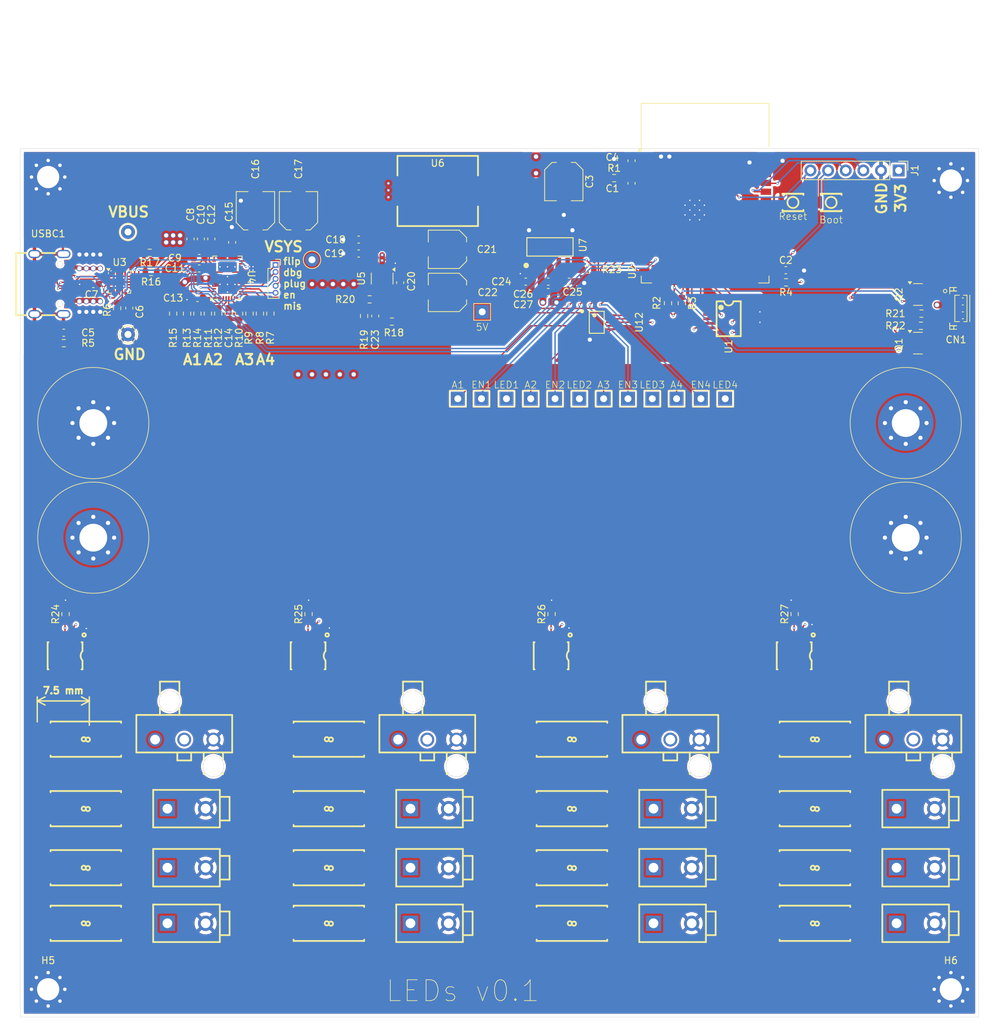
<source format=kicad_pcb>
(kicad_pcb (version 20241229) (generator "pcbnew") (generator_version "9.0")
  (layers (0 "F.Cu" signal) (4 "In1.Cu" power "Ground") (6 "In2.Cu" power "Power") (2 "B.Cu" signal) (13 "F.Paste" user) (15 "B.Paste" user) (5 "F.SilkS" user "F.Silkscreen") (7 "B.SilkS" user "B.Silkscreen") (1 "F.Mask" user) (3 "B.Mask" user) (25 "Edge.Cuts" user))
  (net 0 "")
  (net 1 "GND")
  (net 2 "/3v3/3v3")
  (net 3 "/esp32/USB.DP")
  (net 4 "/esp32/USB.DN")
  (net 5 "/buckconverter/SW")
  (net 6 "/buckconverter/FB")
  (net 7 "/usbcpd/fault")
  (net 8 "/usbcpd/VBUS")
  (net 9 "/usbcpd/shield")
  (net 10 "/5V")
  (net 11 "/buckconverter/VIN")
  (net 12 "/a2d/I2C.SCL")
  (net 13 "/a2d/I2C.SDA")
  (net 14 "/led_channel/DEN")
  (net 15 "/a2d/AIN1")
  (net 16 "/led_channel/Switched12V")
  (net 17 "/led_channel1/Switched12V")
  (net 18 "/led_channel2/Switched12V")
  (net 19 "/led_channel3/Switched12V")
  (net 20 "/led_channel1/DEN")
  (net 21 "/a2d/AIN2")
  (net 22 "/a2d/AIN3")
  (net 23 "/led_channel2/DEN")
  (net 24 "/a2d/AIN4")
  (net 25 "/led_channel3/DEN")
  (net 26 "Net-(J1-Pin_6)")
  (net 27 "Net-(J1-Pin_5)")
  (net 28 "Net-(U3-VPWR)")
  (net 29 "Net-(U3-VBIAS)")
  (net 30 "Net-(U3-CC1)")
  (net 31 "Net-(U3-CC2)")
  (net 32 "Net-(U4-LDO_1V5)")
  (net 33 "Net-(U5-BOOT)")
  (net 34 "Net-(C23-Pad2)")
  (net 35 "Net-(U7-NR{slash}FB)")
  (net 38 "Net-(Q2-D)")
  (net 39 "Net-(Q1-D)")
  (net 40 "Net-(CN2-Pad1)")
  (net 41 "Net-(CN3-Pad1)")
  (net 42 "Net-(CN4-Pad1)")
  (net 43 "Net-(CN5-Pad1)")
  (net 44 "Net-(CN6-Pad1)")
  (net 45 "Net-(CN7-Pad1)")
  (net 46 "Net-(CN8-Pad1)")
  (net 47 "Net-(CN9-Pad1)")
  (net 48 "Net-(CN10-Pad1)")
  (net 49 "Net-(CN11-Pad1)")
  (net 50 "Net-(CN12-Pad1)")
  (net 51 "Net-(CN13-Pad1)")
  (net 52 "Net-(CN14-Pad1)")
  (net 53 "Net-(CN15-Pad1)")
  (net 54 "Net-(CN16-Pad1)")
  (net 55 "Net-(CN17-Pad1)")
  (net 56 "Net-(J1-Pin_3)")
  (net 57 "Net-(J1-Pin_4)")
  (net 58 "Net-(J2-Pin_4)")
  (net 59 "Net-(J2-Pin_5)")
  (net 60 "Net-(J2-Pin_2)")
  (net 61 "Net-(J2-Pin_3)")
  (net 62 "Net-(J2-Pin_1)")
  (net 63 "Net-(U4-ADCIN4)")
  (net 64 "Net-(U4-ADCIN3)")
  (net 65 "Net-(U4-ADCIN2)")
  (net 66 "Net-(U4-ADCIN1)")
  (net 67 "Net-(R15-Pad1)")
  (net 68 "Net-(R16-Pad1)")
  (net 69 "Net-(R17-Pad1)")
  (net 70 "Net-(U7-EN)")
  (net 92 "Net-(U3-C_CC2)")
  (net 93 "Net-(U3-C_CC1)")
  (net 95 "Net-(U3-C_SBU1)")
  (net 97 "Net-(U3-C_SBU2)")
  (net 98 "Net-(U4-DRAIN-Pad15)")
  (net 120 "Net-(U1-3A)")
  (net 121 "Net-(U1-2A)")
  (net 122 "Net-(U1-4A)")
  (net 123 "Net-(U1-1A)")
  (net 124 "/esp32/LED3")
  (net 125 "/esp32/LED4")
  (net 126 "/esp32/LED2")
  (net 127 "/esp32/LED1")
  (net 128 "/esp32/EN4")
  (net 129 "/esp32/EN3")
  (net 130 "/esp32/EN1")
  (net 131 "/esp32/EN2")
  (footprint "easyeda2kicad:FUSE-SMD_L9.8-W5.0_01550900M" (layer "F.Cu") (at 91.425 120)
    (property "Reference" "FH10" (hide yes))
    (property "Value" "01550900M")
  )
  (footprint "Capacitor_SMD:C_0603_1608Metric" (layer "F.Cu") (at 39.5 38 90)
    (property "Reference" "C12")
    (property "Value" "10nF")
  )
  (footprint "Resistor_SMD:R_0603_1608Metric" (layer "F.Cu") (at 141.76 48.75)
    (property "Reference" "R21")
    (property "Value" "10k")
  )
  (footprint "easyeda2kicad:LabeledTestPoint" (layer "F.Cu") (at 92.5 61)
    (property "Reference" "TP6" (hide yes))
    (property "Value" "LabeledTestPoint")
  )
  (footprint "Resistor_SMD:R_0603_1608Metric" (layer "F.Cu") (at 123.5 92 90)
    (property "Reference" "R27")
    (property "Value" "820")
  )
  (footprint "easyeda2kicad:LabeledTestPoint" (layer "F.Cu") (at 78.4 61)
    (property "Reference" "TP9" (hide yes))
    (property "Value" "LabeledTestPoint")
  )
  (footprint "Resistor_SMD:R_0603_1608Metric" (layer "F.Cu") (at 30.825 42.75 180)
    (property "Reference" "R16")
    (property "Value" "10k")
  )
  (footprint "easyeda2kicad:CONN-TH_39288020" (layer "F.Cu") (at 140.925 128.5 90)
    (property "Reference" "CN16" (hide yes))
    (property "Value" "39288020")
  )
  (footprint "Capacitor_SMD:C_0603_1608Metric" (layer "F.Cu") (at 100.01 26.75 90)
    (property "Reference" "C4")
    (property "Value" "100nF")
  )
  (footprint "MountingHole:MountingHole_3.2mm_M3_Pad_Via" (layer "F.Cu") (at 146 29.6)
    (property "Reference" "H8" (hide yes))
    (property "Value" "MountingHole_Pad")
  )
  (footprint "Resistor_SMD:R_0603_1608Metric" (layer "F.Cu") (at 122.26 44.25 180)
    (property "Reference" "R4")
    (property "Value" "10k")
  )
  (footprint "easyeda2kicad:CONN-TH_39288020" (layer "F.Cu") (at 105.925 120 90)
    (property "Reference" "CN11" (hide yes))
    (property "Value" "39288020")
  )
  (footprint "easyeda2kicad:CONN-TH_39288020" (layer "F.Cu") (at 70.925 136.5 90)
    (property "Reference" "CN9" (hide yes))
    (property "Value" "39288020")
  )
  (footprint "easyeda2kicad:TSSOP-14_L5.0-W4.4-P0.65-LS6.4-BL" (layer "F.Cu") (at 114 49.5 -90)
    (property "Reference" "U1")
    (property "Value" "SN74AHCT125PWR")
  )
  (footprint "Capacitor_SMD:C_Elec_5x5.8" (layer "F.Cu") (at 52.05 33.95 90)
    (property "Reference" "C17")
    (property "Value" "22uF")
  )
  (footprint "Resistor_SMD:R_0603_1608Metric" (layer "F.Cu") (at 37.5 48.75 -90)
    (property "Reference" "R14")
    (property "Value" "2.2k")
  )
  (footprint "Capacitor_SMD:C_0603_1608Metric" (layer "F.Cu") (at 91.02 44.15)
    (property "Reference" "C25")
    (property "Value" "10nF")
  )
  (footprint "easyeda2kicad:LabeledTestPoint" (layer "F.Cu") (at 113.5 61)
    (property "Reference" "TP8" (hide yes))
    (property "Value" "LabeledTestPoint")
  )
  (footprint "Resistor_SMD:R_0603_1608Metric" (layer "F.Cu") (at 62.3 46.7 180)
    (property "Reference" "R20")
    (property "Value" "13.3k")
  )
  (footprint "easyeda2kicad:CONN-TH_3P-P4.20_39302030" (layer "F.Cu") (at 140.6 110.0625 180)
    (property "Reference" "CN14" (hide yes))
    (property "Value" "39302030")
  )
  (footprint "easyeda2kicad:CONN-TH_39288020" (layer "F.Cu") (at 70.925 128.5 90)
    (property "Reference" "CN8" (hide yes))
    (property "Value" "39288020")
  )
  (footprint "Resistor_SMD:R_0603_1608Metric" (layer "F.Cu") (at 25.93 47.9825 90)
    (property "Reference" "R6")
    (property "Value" "10k")
  )
  (footprint "easyeda2kicad:SOT-223-6_L6.5-W3.5-P1.27-LS7.0-BR" (layer "F.Cu") (at 88.27 39.15 -90)
    (property "Reference" "U7")
    (property "Value" "TPS73733DCQ_C5220270")
  )
  (footprint "easyeda2kicad:LabeledTestPoint" (layer "F.Cu") (at 106.5 61)
    (property "Reference" "TP16" (hide yes))
    (property "Value" "LabeledTestPoint")
  )
  (footprint "easyeda2kicad:PG-TSDSO-14_L4.9-W3.9-P0.65-LS6.0-BL-EP" (layer "F.Cu") (at 123.425 98 180)
    (property "Reference" "U11" (hide yes))
    (property "Value" "BTS70021EPPXUMA1")
  )
  (footprint "Resistor_SMD:R_0603_1608Metric" (layer "F.Cu") (at 18.25 53)
    (property "Reference" "R5")
    (property "Value" "1M")
  )
  (footprint "easyeda2kicad:CONN-TH_39288020" (layer "F.Cu") (at 35.925 136.5 90)
    (property "Reference" "CN5" (hide yes))
    (property "Value" "39288020")
  )
  (footprint "Capacitor_SMD:C_0603_1608Metric" (layer "F.Cu") (at 42.5 38.5 90)
    (property "Reference" "C15")
    (property "Value" "10uF")
  )
  (footprint "easyeda2kicad:LabeledTestPoint" (layer "F.Cu") (at 96 61)
    (property "Reference" "TP15" (hide yes))
    (property "Value" "LabeledTestPoint")
  )
  (footprint "Capacitor_SMD:C_0603_1608Metric" (layer "F.Cu") (at 88.02 45.65)
    (property "Reference" "C27")
    (property "Value" "1uF")
  )
  (footprint "easyeda2kicad:KEY-SMD_B3U-1000PM" (layer "F.Cu") (at 123.26 32.75)
    (property "Reference" "SW1")
    (property "Value" "KEY-SMD_B3U-1000PM")
  )
  (footprint "Resistor_SMD:R_0603_1608Metric" (layer "F.Cu") (at 46.5 48.75 -90)
    (property "Reference" "R8")
    (property "Value" "37.4")
  )
  (footprint "easyeda2kicad:CONN-TH_39288020" (layer "F.Cu") (at 70.925 120 90)
    (property "Reference" "CN7" (hide yes))
    (property "Value" "39288020")
  )
  (footprint "easyeda2kicad:FUSE-SMD_L9.8-W5.0_01550900M" (layer "F.Cu") (at 126.425 110)
    (property "Reference" "FH13" (hide yes))
    (property "Value" "01550900M")
  )
  (footprint "easyeda2kicad:CONN-TH_39288020" (layer "F.Cu") (at 35.925 128.5 90)
    (property "Reference" "CN4" (hide yes))
    (property "Value" "39288020")
  )
  (footprint "easyeda2kicad:LabeledTestPoint" (layer "F.Cu") (at 75 61)
    (property "Reference" "TP13" (hide yes))
    (property "Value" "LabeledTestPoint")
  )
  (footprint "Resistor_SMD:R_0603_1608Metric" (layer "F.Cu") (at 141.685 50.5)
    (property "Reference" "R22")
    (property "Value" "10k")
  )
  (footprint "Resistor_SMD:R_0603_1608Metric" (layer "F.Cu") (at 53.5 92 90)
    (property "Reference" "R25")
    (property "Value" "820")
  )
  (footprint "Capacitor_SMD:C_0603_1608Metric" (layer "F.Cu") (at 18.25 51.5)
    (property "Reference" "C5")
    (property "Value" "100nF")
  )
  (footprint "Capacitor_SMD:C_Elec_5x5.8" (layer "F.Cu") (at 90.26 29.75 -90)
    (property "Reference" "C3")
    (property "Value" "22uF")
  )
  (footprint "Package_TO_SOT_SMD:SOT-23" (layer "F.Cu") (at 141.26 53)
    (property "Reference" "Q1")
    (property "Value" "BSS138")
  )
  (footprint "Capacitor_SMD:C_0603_1608Metric" (layer "F.Cu") (at 37.75 42.25 180)
    (property "Reference" "C11")
    (property "Value" "330pF")
  )
  (footprint "easyeda2kicad:FUSE-SMD_L9.8-W5.0_01550900M" (layer "F.Cu") (at 56.425 110)
    (property "Reference" "FH5" (hide yes))
    (property "Value" "01550900M")
  )
  (footprint "easyeda2kicad:FUSE-SMD_L9.8-W5.0_01550900M" (layer "F.Cu") (at 21.425 110)
    (property "Reference" "FH1" (hide yes))
    (property "Value" "01550900M")
  )
  (footprint "easyeda2kicad:MSOP-10_L3.0-W3.0-P0.50-LS5.0-BL" (layer "F.Cu") (at 95 50 -90)
    (property "Reference" "U12")
    (property "Value" "ADS1115IDGSR")
  )
  (footprint "easyeda2kicad:LabeledTestPoint" (layer "F.Cu") (at 89 61)
    (property "Reference" "TP10" (hide yes))
    (property "Value" "LabeledTestPoint")
  )
  (footprint "Resistor_SMD:R_0603_1608Metric" (layer "F.Cu") (at 45 48.75 90)
    (property "Reference" "R9")
    (property "Value" "191k")
  )
  (footprint "Package_DFN_QFN:Texas_REF0038A_WQFN-38-2EP_6x4mm_P0.4" (layer "F.Cu") (at 41.825 43.575 90)
    (property "Reference" "U4")
    (property "Value" "TPS25730D")
  )
  (footprint "Resistor_SMD:R_0603_1608Metric" (layer "F.Cu") (at 39 48.75 90)
    (property "Reference" "R11")
    (property "Value" "9.31k")
  )
  (footprint "Connector_PinSocket_1.00mm:PinSocket_1x05_P1.00mm_Vertical" (layer "F.Cu") (at 48.75 41.75)
    (property "Reference" "J2" (hide yes))
    (property "Value" "Conn_01x05_Pin")
  )
  (footprint "easyeda2kicad:LabeledTestPoint" (layer "F.Cu") (at 110 61)
    (property "Reference" "TP12" (hide yes))
    (property "Value" "LabeledTestPoint")
  )
  (footprint "easyeda2kicad:FUSE-SMD_L9.8-W5.0_01550900M" (layer "F.Cu") (at 56.425 128.5)
    (property "Reference" "FH7" (hide yes))
    (property "Value" "01550900M")
  )
  (footprint "Connector_Pin:Pin_D1.0mm_L10.0mm" (layer "F.Cu") (at 54 41)
    (property "Reference" "TP3" (hide yes))
    (property "Value" "VSYS")
  )
  (footprint "Package_DFN_QFN:WQFN-20-1EP_3x3mm_P0.4mm_EP1.7x1.7mm_ThermalVias" (layer "F.Cu") (at 26.2875 44.2)
    (property "Reference" "U3")
    (property "Value" "TPD6S300A")
  )
  (footprint "easyeda2kicad:IND-SMD_L11.6-W10.1" (layer "F.Cu") (at 72.1 31.1)
    (property "Reference" "U6")
    (property "Value" "CYA1040-15UH")
  )
  (footprint "Resistor_SMD:R_0603_1608Metric" (layer "F.Cu") (at 36 48.75 90)
    (property "Reference" "R13")
    (property "Value" "196k")
  )
  (footprint "easyeda2kicad:FUSE-SMD_L9.8-W5.0_01550900M" (layer "F.Cu") (at 126.425 128.5)
    (property "Reference" "FH15" (hide yes))
    (property "Value" "01550900M")
  )
  (footprint "Capacitor_SMD:C_0603_1608Metric" (layer "F.Cu") (at 100.01 30 -90)
    (property "Reference" "C1")
    (property "Value" "10uf")
  )
  (footprint "easyeda2kicad:FUSE-SMD_L9.8-W5.0_01550900M" (layer "F.Cu") (at 56.425 136.5)
    (property "Reference" "FH8" (hide yes))
    (property "Value" "01550900M")
  )
  (footprint "easyeda2kicad:CONN-TH_3P-P4.20_39302030" (layer "F.Cu") (at 105.6 110.0625 180)
    (property "Reference" "CN10" (hide yes))
    (property "Value" "39302030")
  )
  (footprint "easyeda2kicad:CONN-TH_39288020" (layer "F.Cu") (at 140.925 136.5 90)
    (property "Reference" "CN17" (hide yes))
    (property "Value" "39288020")
  )
  (footprint "Capacitor_SMD:C_0603_1608Metric" (layer "F.Cu") (at 84.77 44.15 180)
    (property "Reference" "C24")
    (property "Value" "1uF")
  )
  (footprint "Capacitor_SMD:C_Elec_5x5.8" (layer "F.Cu") (at 73.5 45.7 180)
    (property "Reference" "C22")
    (property "Value" "22uF")
  )
  (footprint "Resistor_SMD:R_0603_1608Metric" (layer "F.Cu") (at 40.5 48.75 -90)
    (property "Reference" "R12")
    (property "Value" "191k")
  )
  (footprint "easyeda2kicad:FUSE-SMD_L9.8-W5.0_01550900M" (layer "F.Cu") (at 91.425 136.5)
    (property "Reference" "FH12" (hide yes))
    (property "Value" "01550900M")
  )
  (footprint "easyeda2kicad:PG-TSDSO-14_L4.9-W3.9-P0.65-LS6.0-BL-EP" (layer "F.Cu") (at 18.425 98 180)
    (property "Reference" "U8" (hide yes))
    (property "Value" "BTS70021EPPXUMA1")
  )
  (footprint "Capacitor_SMD:C_0603_1608Metric" (layer "F.Cu") (at 60.725 38.1 180)
    (property "Reference" "C18")
    (property "Value" "10uF")
  )
  (footprint "Resistor_SMD:R_0603_1608Metric" (layer "F.Cu") (at 93.77 42.4 180)
    (property "Reference" "R23")
    (property "Value" "10k")
  )
  (footprint "Resistor_SMD:R_0603_1608Metric" (layer "F.Cu") (at 65.5 49.9 180)
    (property "Reference" "R18")
    (property "Value" "49.9")
  )
  (footprint "easyeda2kicad:CONN-TH_39288020" (layer "F.Cu") (at 105.925 128.5 90)
    (property "Reference" "CN12" (hide yes))
    (property "Value" "39288020")
  )
  (footprint "Connector_PinHeader_2.54mm:PinHeader_1x06_P2.54mm_Vertical" (layer "F.Cu") (at 138.48 28.15 -90)
    (property "Reference" "J1")
    (property "Value" "Conn_01x06")
  )
  (footprint "MountingHole:MountingHole_4mm_Pad_Via" (layer "F.Cu") (at 22.5 81)
    (property "Reference" "H1" (hide yes))
    (property "Value" "MountingHole_Pad")
  )
  (footprint "easyeda2kicad:CONN-TH_39288020" (layer "F.Cu") (at 35.925 120 90)
    (property "Reference" "CN3" (hide yes))
    (property "Value" "39288020")
  )
  (footprint "easyeda2kicad:FUSE-SMD_L9.8-W5.0_01550900M" (layer "F.Cu") (at 126.425 136.5)
    (property "Reference" "FH16" (hide yes))
    (property "Value" "01550900M")
  )
  (footprint "Resistor_SMD:R_0603_1608Metric" (layer "F.Cu") (at 107.26 47.25 90)
    (property "Reference" "R3")
    (property "Value" "10k")
  )
  (footprint "Resistor_SMD:R_0603_1608Metric" (layer "F.Cu") (at 48 48.75 90)
    (property "Reference" "R7")
    (property "Value" "162k")
  )
  (footprint "Capacitor_SMD:C_0603_1608Metric" (layer "F.Cu") (at 88.02 44.15)
    (property "Reference" "C26")
    (property "Value" "1uF")
  )
  (footprint "Resistor_SMD:R_0603_1608Metric" (layer "F.Cu") (at 105.26 47.25 90)
    (property "Reference" "R2")
    (property "Value" "10k")
  )
  (footprint "Capacitor_SMD:C_0603_1608Metric" (layer "F.Cu") (at 37.75 40.75 180)
    (property "Reference" "C9")
    (property "Value" "330pF")
  )
  (footprint "easyeda2kicad:USB-C_SMD-TYPE-C-31-M-12" (layer "F.Cu") (at 16.5 44.5 -90)
    (property "Reference" "USBC1")
    (property "Value" "TYPE-C-31-M-12")
  )
  (footprint "Capacitor_SMD:C_0603_1608Metric" (layer "F.Cu") (at 37.5 46.5 180)
    (property "Reference" "C13")
    (property "Value" "10uF")
  )
  (footprint "MountingHole:MountingHole_3.2mm_M3_Pad_Via" (layer "F.Cu") (at 16 146)
    (property "Reference" "H5")
    (property "Value" "MountingHole_Pad")
  )
  (footprint "easyeda2kicad:FUSE-SMD_L9.8-W5.0_01550900M" (layer "F.Cu") (at 91.425 110)
    (property "Reference" "FH9" (hide yes))
    (property "Value" "01550900M")
  )
  (footprint "Capacitor_SMD:C_0603_1608Metric" (layer "F.Cu") (at 42 48.75 -90)
    (property "Reference" "C14")
    (property "Value" "4.7uF")
  )
  (footprint "easyeda2kicad:FUSE-SMD_L9.8-W5.0_01550900M" (layer "F.Cu") (at 126.425 120)
    (property "Reference" "FH14" (hide yes))
    (property "Value" "01550900M")
  )
  (footprint "Resistor_SMD:R_0603_1608Metric" (layer "F.Cu") (at 18.5 92 90)
    (property "Reference" "R24")
    (property "Value" "820")
  )
  (footprint "Capacitor_SMD:C_0603_1608Metric" (layer "F.Cu") (at 22.5 44.5 180)
    (property "Reference" "C7")
    (property "Value" "100nF")
  )
  (footprint "easyeda2kicad:LabeledTestPoint" (layer "F.Cu") (at 103 61)
    (property "Reference" "TP7" (hide yes))
    (property "Value" "LabeledTestPoint")
  )
  (footprint "Capacitor_SMD:C_0603_1608Metric" (layer "F.Cu") (at 60.725 40.1 180)
    (property "Reference" "C19")
    (property "Value" "100nF")
  )
  (footprint "Capacitor_SMD:C_0603_1608Metric" (layer "F.Cu") (at 36.5 38 90)
    (property "Reference" "C8")
    (property "Value" "4.7uF")
  )
  (footprint "Connector_Pin:Pin_D1.0mm_L10.0mm" (layer "F.Cu") (at 27.5 37)
    (property "Reference" "TP1" (hide yes))
    (property "Value" "VBUS")
  )
  (footprint "easyeda2kicad:LabeledTestPoint" (layer "F.Cu") (at 82 61)
    (property "Reference" "TP5" (hide yes))
    (property "Value" "LabeledTestPoint")
  )
  (footprint "easyeda2kicad:PG-TSDSO-14_L4.9-W3.9-P0.65-LS6.0-BL-EP" (layer "F.Cu") (at 88.425 98 180)
    (property "Reference" "U10" (hide yes))
    (property "Value" "BTS70021EPPXUMA1")
  )
  (footprint "Capacitor_SMD:C_0603_1608Metric" (layer "F.Cu") (at 122.235 42.5)
    (property "Reference" "C2")
    (property "Value" "1uf")
  )
  (footprint "easyeda2kicad:PG-TSDSO-14_L4.9-W3.9-P0.65-LS6.0-BL-EP" (layer "F.Cu") (at 53.425 98 180)
    (property "Reference" "U9" (hide yes))
    (property "Value" "BTS70021EPPXUMA1")
  )
  (footprint "easyeda2kicad:CONN-TH_3P-P4.20_39302030" (layer "F.Cu") (at 70.6 110.0625 180)
    (property "Reference" "CN6" (hide yes))
    (property "Value" "39302030")
  )
  (footprint "RF_Module:ESP32-S3-WROOM-1" (layer "F.Cu") (at 110.61 31.39)
    (property "Reference" "U2")
    (property "Value" "ESP32-S3-WROOM-1")
  )
  (footprint "MountingHole:MountingHole_3.2mm_M3_Pad_Via" (layer "F.Cu") (at 16 29.1)
    (property "Reference" "H7" (hide yes))
    (property "Value" "MountingHole_Pad")
  )
  (footprint "Capacitor_SMD:C_Elec_5x5.8" (layer "F.Cu") (at 45.85 33.95 90)
    (property "Reference" "C16")
    (property "Value" "22uF")
  )
  (footprint "Capacitor_SMD:C_0603_1608Metric" (layer "F.Cu") (at 38 38 90)
    (property "Reference" "C10")
    (property "Value" "100nF")
  )
  (footprint "Resistor_SMD:R_0603_1608Metric" (layer "F.Cu") (at 61.5 49.1 90)
    (property "Reference" "R19")
    (property "Value" "100k")
  )
  (footprint "Package_TO_SOT_SMD:SOT-23" (layer "F.Cu") (at 141.26 46)
    (property "Reference" "Q2")
    (property "Value" "BSS138")
  )
  (footprint "Package_TO_SOT_SMD:SOT-23-6" (layer "F.Cu") (at 64.1 43.7 -90)
    (property "Reference" "U5")
    (property "Value" "TPS54202DDC")
  )
  (footprint "easyeda2kicad:FUSE-SMD_L9.8-W5.0_01550900M" (layer "F.Cu") (at 21.425 128.5)
    (property "Reference" "FH3" (hide yes))
    (property "Value" "01550900M")
  )
  (footprint "Resistor_SMD:R_0603_1608Metric" (layer "F.Cu") (at 30.625 40 180)
    (property "Reference" "R17")
    (property "Value" "10k")
  )
  (footprint "MountingHole:MountingHole_4mm_Pad_Via" (layer "F.Cu") (at 139.5 64.5)
    (property "Reference" "H2" (hide yes))
    (property "Value" "MountingHole_Pad")
  )
  (footprint "easyeda2kicad:FUSE-SMD_L9.8-W5.0_01550900M" (layer "F.Cu") (at 91.425 128.5)
    (property "Reference" "FH11" (hide yes))
    (property "Value" "01550900M")
  )
  (footprint "easyeda2kicad:CONN-SMD_BM04B-SRSS-TB" (layer "F.Cu") (at 146.76 48 -90)
    (property "Reference" "CN1")
    (property "Value" "BM04B-SRSS-TB(LF)(SN)")
  )
  (footprint "Connector_Pin:Pin_D1.0mm_L10.0mm" (layer "F.Cu") (at 27.5 51.75)
    (property "Reference" "TP2" (hide yes))
    (property "Value" "GND")
  )
  (footprint "MountingHole:MountingHole_4mm_Pad_Via" (layer "F.Cu") (at 22.5 64.5)
    (property "Reference" "H4" (hide yes))
    (property "Value" "MountingHole_Pad")
  )
  (footprint "easyeda2kicad:FUSE-SMD_L9.8-W5.0_01550900M" (layer "F.Cu") (at 56.425 120)
    (property "Reference" "FH6" (hide yes))
    (property "Value" "01550900M")
  )
  (footprint "Capacitor_SMD:C_0603_1608Metric" (layer "F.Cu") (at 63.1 49.1 -90)
    (property "Reference" "C23")
    (property "Value" "75pF")
  )
  (footprint "MountingHole:MountingHole_4mm_Pad_Via" (layer "F.Cu") (at 139.5 81)
    (property "Reference" "H3" (hide yes))
    (property "Value" "MountingHole_Pad")
  )
  (footprint "easyeda2kicad:CONN-TH_39288020" (layer "F.Cu") (at 105.925 136.5 90)
    (property "Reference" "CN13" (hide yes))
    (property "Value" "39288020")
  )
  (footprint "Capacitor_SMD:C_Elec_5x5.8" (layer "F.Cu") (at 73.5 39.5 180)
    (property "Reference" "C21")
    (property "Value" "22uF")
  )
  (footprint "MountingHole:MountingHole_3.2mm_M3_Pad_Via" (layer "F.Cu") (at 146 146)
    (property "Reference" "H6")
    (property "Value" "MountingHole_Pad")
  )
  (footprint "Resistor_SMD:R_0603_1608Metric" (layer "F.Cu") (at 34 48.75 -90)
    (property "Reference" "R15")
    (property "Value" "10k")
  )
  (footprint "easyeda2kicad:LabeledTestPoint" (layer "F.Cu") (at 78.5 48.5)
    (property "Reference" "TP4" (hide yes))
    (property "Value" "LabeledTestPoint")
  )
  (footprint "Capacitor_SMD:C_0603_1608Metric" (layer "F.Cu") (at 27.68 47.9575 -90)
    (property "Reference" "C6")
    (property "Value" "1uF")
  )
  (footprint "easyeda2kicad:CONN-TH_3P-P4.20_39302030" (layer "F.Cu") (at 35.6 110.0625 180)
    (property "Reference" "CN2" (hide yes))
    (property "Value" "39302030")
  )
  (footprint "Resistor_SMD:R_0603_1608Metric" (layer "F.Cu") (at 88.5 92 90)
    (property "Reference" "R26")
    (property "Value" "820")
  )
  (footprint "easyeda2kicad:CONN-TH_39288020" (layer "F.Cu") (at 140.925 120 90)
    (property "Reference" "CN15" (hide yes))
    (property "Value" "39288020")
  )
  (footprint "easyeda2kicad:LabeledTestPoint" (layer "F.Cu") (at 99.5 61)
    (property "Reference" "TP11" (hide yes))
    (property "Value" "LabeledTestPoint")
  )
  (footprint "Resistor_SMD:R_0603_1608Metric" (layer "F.Cu") (at 97.51 29.25)
    (property "Reference" "R1")
    (property "Value" "10k")
  )
  (footprint "easyeda2kicad:FUSE-SMD_L9.8-W5.0_01550900M" (layer "F.Cu") (at 21.425 136.5)
    (property "Reference" "FH4" (hide yes))
    (property "Value" "01550900M")
  )
  (footprint "easyeda2kicad:LabeledTestPoint" (layer "F.Cu") (at 85.5 61)
    (property "Reference" "TP14" (hide yes))
    (property "Value" "LabeledTestPoint")
  )
  (footprint "easyeda2kicad:KEY-SMD_B3U-1000PM" (layer "F.Cu") (at 128.76 32.75 180)
    (property "Reference" "SW2")
    (property "Value" "KEY-SMD_B3U-1000PM")
  )
  (footprint "Capacitor_SMD:C_0603_1608Metric" (layer "F.Cu") (at 66.7 44.3 90)
    (property "Reference" "C20")
    (property "Value" "100nf")
  )
  (footprint "Resistor_SMD:R_0603_1608Metric" (layer "F.Cu") (at 43.5 48.755 -90)
    (property "Reference" "R10")
    (property "Value" "9.31k")
  )
  (footprint "easyeda2kicad:FUSE-SMD_L9.8-W5.0_01550900M" (layer "F.Cu") (at 21.425 120)
    (property "Reference" "FH2" (hide yes))
    (property "Value" "01550900M")
  )
  (gr_circle (center 22.5 81) (end 30.5 81) (stroke (width 0.1)) (fill no) (layer "F.SilkS"))
  (gr_circle (center 22.5 64.5) (end 30.5 64.5) (stroke (width 0.1)) (fill no) (layer "F.SilkS"))
  (gr_circle (center 139.5 81) (end 147.5 81) (stroke (width 0.1)) (fill no) (layer "F.SilkS"))
  (gr_circle (center 139.5 64.5) (end 147.5 64.5) (stroke (width 0.1)) (fill no) (layer "F.SilkS"))
  (gr_rect (start 12 25) (end 150 150) (stroke (width 0.05)) (fill no) (layer "Edge.Cuts"))
  (gr_text "GND" (at 25.25 55.5 0) (layer "F.SilkS") (effects (font (size 1.5 1.5) (thickness 0.3) (bold yes)) (justify left bottom)))
  (gr_text "3V3" (at 139.65 34.4 90) (layer "F.SilkS") (effects (font (size 1.5 1.5) (thickness 0.3) (bold yes)) (justify left bottom)))
  (gr_text "A1" (at 35.25 56.25 0) (layer "F.SilkS") (effects (font (size 1.5 1.5) (thickness 0.3) (bold yes)) (justify left bottom)))
  (gr_text "VSYS\n" (at 47 40 0) (layer "F.SilkS") (effects (font (size 1.5 1.5) (thickness 0.3) (bold yes)) (justify left bottom)))
  (gr_text "A2" (at 38.25 56.25 0) (layer "F.SilkS") (effects (font (size 1.5 1.5) (thickness 0.3) (bold yes)) (justify left bottom)))
  (gr_text "LEDs v0.1" (at 64.5 148 0) (layer "F.SilkS") (effects (font (size 3 3) (thickness 0.1)) (justify left bottom)))
  (gr_text "flip\ndbg\nplug\nen\nmis" (at 49.75 48.25 0) (layer "F.SilkS") (effects (font (size 1 1) (thickness 0.2) (bold yes)) (justify left bottom)))
  (gr_text "VBUS" (at 24.5 35 0) (layer "F.SilkS") (effects (font (size 1.5 1.5) (thickness 0.3) (bold yes)) (justify left bottom)))
  (gr_text "A4" (at 45.75 56.25 0) (layer "F.SilkS") (effects (font (size 1.5 1.5) (thickness 0.3) (bold yes)) (justify left bottom)))
  (gr_text "GND\n" (at 136.9 34.65 90) (layer "F.SilkS") (effects (font (size 1.5 1.5) (thickness 0.3) (bold yes)) (justify left bottom)))
  (gr_text "A3" (at 42.75 56.25 0) (layer "F.SilkS") (effects (font (size 1.5 1.5) (thickness 0.3) (bold yes)) (justify left bottom)))
  (dimension (type orthogonal) (layer "F.SilkS") (pts (xy 14.425 108) (xy 21.925 108.5)) (height -3.5) (orientation 0) (format (prefix "") (suffix "") (units 3) (units_format 1) (precision 1)) (style (thickness 0.2) (arrow_length 1.27) (text_position_mode 2) (arrow_direction outward) (extension_height 0.58642) (extension_offset 0.5) (keep_text_aligned yes)) (gr_text "7.5 mm" (at 18.175 103 0) (layer "F.SilkS") (effects (font (size 1 1) (thickness 0.3)))))
  (segment (start 43.75 43.175) (end 43.19 43.175) (width 0.2) (layer "F.Cu") (net 1))
  (segment (start 43.75 44.375) (end 44.625 44.375) (width 0.2) (layer "F.Cu") (net 1))
  (segment (start 88.322 42.052) (end 88.322 43.677) (width 1) (layer "F.Cu") (net 1))
  (segment (start 94 50.38) (end 94 52.5) (width 0.2) (layer "F.Cu") (net 1))
  (segment (start 26.2875 41.5375) (end 26.6875 41.9375) (width 0.2) (layer "F.Cu") (net 1))
  (segment (start 27.0875 42.7375) (end 27.0875 43.4) (width 0.2) (layer "F.Cu") (net 1))
  (segment (start 18.97 41.45) (end 20.05 41.45) (width 0.3) (layer "F.Cu") (net 1))
  (segment (start 44.625 44.375) (end 45 44) (width 0.2) (layer "F.Cu") (net 1))
  (segment (start 55.375 95.2) (end 55.375 95.125) (width 0.2) (layer "F.Cu") (net 1))
  (segment (start 27.0875 42.7375) (end 27.0875 41.5875) (width 0.2) (layer "F.Cu") (net 1))
  (segment (start 125.375 94.125) (end 126 93.5) (width 0.2) (layer "F.Cu") (net 1))
  (segment (start 63.335684 43.452) (end 64.822999 43.452) (width 0.2) (layer "F.Cu") (net 1))
  (segment (start 88.795 46.745) (end 89.2 47.15) (width 1) (layer "F.Cu") (net 1))
  (segment (start 26.2875 45.6625) (end 26.2875 44.2) (width 0.2) (layer "F.Cu") (net 1))
  (segment (start 44.275 42.5) (end 45 42.5) (width 0.2) (layer "F.Cu") (net 1))
  (segment (start 26.2875 42.7375) (end 26.2875 41.5375) (width 0.2) (layer "F.Cu") (net 1))
  (segment (start 27.0875 43.4) (end 26.2875 44.2) (width 0.2) (layer "F.Cu") (net 1))
  (segment (start 88.5 91.175) (end 88.5 90) (width 0.2) (layer "F.Cu") (net 1))
  (segment (start 20.05 47.55) (end 20.5 48) (width 0.2) (layer "F.Cu") (net 1))
  (segment (start 36.975 42.25) (end 36.5 42.25) (width 0.2) (layer "F.Cu") (net 1))
  (segment (start 18.5 91.175) (end 18.5 90) (width 0.2) (layer "F.Cu") (net 1))
  (segment (start 88.795 44.15) (end 88.795 45.65) (width 1) (layer "F.Cu") (net 1))
  (segment (start 61.475 46.7) (end 61.475 45.312684) (width 0.2) (layer "F.Cu") (net 1))
  (segment (start 58.1 40.1) (end 58 40) (width 0.2) (layer "F.Cu") (net 1))
  (segment (start 44.975 43.975) (end 45 44) (width 0.2) (layer "F.Cu") (net 1))
  (segment (start 123.5 90.5) (end 123 90) (width 0.2) (layer "F.Cu") (net 1))
  (segment (start 26.2875 42.7375) (end 26.2875 44.2) (width 0.2) (layer "F.Cu") (net 1))
  (segment (start 43.065 44.375) (end 42.9 44.54) (width 0.2) (layer "F.Cu") (net 1))
  (segment (start 27.75 44.2) (end 29.55 44.2) (width 0.2) (layer "F.Cu") (net 1))
  (segment (start 20.05 41.45) (end 20.5 41) (width 0.2) (layer "F.Cu") (net 1))
  (segment (start 27.0875 41.5875) (end 27 41.5) (width 0.2) (layer "F.Cu") (net 1))
  (segment (start 125.375 95.2) (end 125.375 94.125) (width 0.2) (layer "F.Cu") (net 1))
  (segment (start 55.375 95.125) (end 56.5 94) (width 0.2) (layer "F.Cu") (net 1))
  (segment (start 64.822999 43.452) (end 65.05 43.224999) (width 0.2) (layer "F.Cu") (net 1))
  (segment (start 59.95 38.1) (end 58.5 38.1) (width 0.2) (layer "F.Cu") (net 1))
  (segment (start 88.322 43.677) (end 88.795 44.15) (width 1) (layer "F.Cu") (net 1))
  (segment (start 27.75 44.2) (end 26.2875 44.2) (width 0.2) (layer "F.Cu") (net 1))
  (segment (start 43.75 41.975) (end 44.275 42.5) (width 0.2) (layer "F.Cu") (net 1))
  (segment (start 39.9 43.175) (end 40.46 43.175) (width 0.2) (layer "F.Cu") (net 1))
  (segment (start 40.46 43.175) (end 41.825 44.54) (width 0.2) (layer "F.Cu") (net 1))
  (segment (start 29.55 44.2) (end 29.75 44) (width 0.2) (layer "F.Cu") (net 1))
  (segment (start 65.05 43.224999) (end 65.05 42.5625) (width 0.2) (layer "F.Cu") (net 1))
  (segment (start 93 44.15) (end 93.2 44.35) (width 1) (layer "F.Cu") (net 1))
  (segment (start 39.9 44.575) (end 40.715 44.575) (width 0.6) (layer "F.Cu") (net 1))
  (segment (start 58.5 40.1) (end 58.1 40.1) (width 0.2) (layer "F.Cu") (net 1))
  (segment (start 20.5 48) (end 20.5 48.5) (width 0.2) (layer "F.Cu") (net 1))
  (segment (start 90.375 95.2) (end 90.375 94.625) (width 0.2) (layer "F.Cu") (net 1))
  (segment (start 92.89 50) (end 93.62 50) (width 0.2) (layer "F.Cu") (net 1))
  (segment (start 43.75 44.375) (end 43.065 44.375) (width 0.2) (layer "F.Cu") (net 1))
  (segment (start 61.475 45.312684) (end 63.335684 43.452) (width 0.2) (layer "F.Cu") (net 1))
  (segment (start 44.325 43.175) (end 45 42.5) (width 0.2) (layer "F.Cu") (net 1))
  (segment (start 58.5 38.1) (end 58.1 38.1) (width 0.2) (layer "F.Cu") (net 1))
  (segment (start 43.75 43.175) (end 44.325 43.175) (width 0.2) (layer "F.Cu") (net 1))
  (segment (start 20.375 95.2) (end 21.5 94.075) (width 0.2) (layer "F.Cu") (net 1))
  (segment (start 90.375 94.625) (end 91 94) (width 0.2) (layer "F.Cu") (net 1))
  (segment (start 36.5 42.25) (end 35.875 42.875) (width 0.2) (layer "F.Cu") (net 1))
  (segment (start 59.95 40.1) (end 58.5 40.1) (width 0.2) (layer "F.Cu") (net 1))
  (segment (start 123.5 91.175) (end 123.5 90.5) (width 0.2) (layer "F.Cu") (net 1))
  (segment (start 43.75 43.975) (end 44.975 43.975) (width 0.2) (layer "F.Cu") (net 1))
  (segment (start 88.27 42) (end 88.322 42.052) (width 1) (layer "F.Cu") (net 1))
  (segment (start 93.62 50) (end 94 50.38) (width 0.2) (layer "F.Cu") (net 1))
  (segment (start 26.6875 41.9375) (end 26.6875 42.7375) (width 0.2) (layer "F.Cu") (net 1))
  (segment (start 43.75 43.975) (end 42.39 43.975) (width 0.2) (layer "F.Cu") (net 1))
  (segment (start 36.5 46.25) (end 36 46.75) (width 0.2) (layer "F.Cu") (net 1))
  (segment (start 26.6875 42.7375) (end 26.6875 43.8) (width 0.2) (layer "F.Cu") (net 1))
  (segment (start 53.5 91.175) (end 53.5 90) (width 0.2) (layer "F.Cu") (net 1))
  (segment (start 43.19 43.175) (end 41.825 44.54) (width 0.2) (layer "F.Cu") (net 1))
  (segment (start 91.795 44.15) (end 93 44.15) (width 1) (layer "F.Cu") (net 1))
  (segment (start 58.1 38.1) (end 58 38) (width 0.2) (layer "F.Cu") (net 1))
  (segment (start 88.795 45.65) (end 88.795 46.745) (width 1) (layer "F.Cu") (net 1))
  (segment (start 18.97 47.55) (end 20.05 47.55) (width 0.3) (layer "F.Cu") (net 1))
  (via (at 42.45 36.3) (size 0.8) (drill 0.6) (layers "F.Cu" "B.Cu") (net 1))
  (via (at 91 94) (size 0.35) (drill 0.2) (layers "F.Cu" "B.Cu") (net 1))
  (via (at 45.5 44.25) (size 0.35) (drill 0.2) (layers "F.Cu" "B.Cu") (net 1))
  (via (at 45 42) (size 0.35) (drill 0.2) (layers "F.Cu" "B.Cu") (net 1))
  (via (at 94 52.5) (size 0.8) (drill 0.6) (layers "F.Cu" "B.Cu") (net 1))
  (via (at 91.5 36.75) (size 0.8) (drill 0.6) (layers "F.Cu" "B.Cu") (net 1))
  (via (at 104.26 26.15) (size 0.8) (drill 0.6) (layers "F.Cu" "B.Cu") (net 1))
  (via (at 126 93.5) (size 0.35) (drill 0.2) (layers "F.Cu" "B.Cu") (net 1))
  (via (at 22.5 40.25) (size 0.8) (drill 0.6) (layers "F.Cu" "B.Cu") (net 1))
  (via (at 21.5 94.075) (size 0.35) (drill 0.2) (layers "F.Cu" "B.Cu") (net 1))
  (via (at 90.26 34.55) (size 0.8) (drill 0.6) (layers "F.Cu" "B.Cu") (net 1))
  (via (at 118.5 48.5) (size 0.35) (drill 0.2) (layers "F.Cu" "B.Cu") (net 1))
  (via (at 97.5 26.5) (size 0.8) (drill 0.6) (layers "F.Cu" "B.Cu") (net 1))
  (via (at 36 46.75) (size 0.35) (drill 0.2) (layers "F.Cu" "B.Cu") (net 1))
  (via (at 20.5 48.5) (size 0.8) (drill 0.6) (layers "F.Cu" "B.Cu") (net 1))
  (via (at 45.5 42.5) (size 0.35) (drill 0.2) (layers "F.Cu" "B.Cu") (net 1))
  (via (at 22.5 48.5) (size 0.8) (drill 0.6) (layers "F.Cu" "B.Cu") (net 1))
  (via (at 89.2 47.15) (size 0.8) (drill 0.6) (layers "F.Cu" "B.Cu") (net 1))
  (via (at 88.5 90) (size 0.35) (drill 0.2) (layers "F.Cu" "B.Cu") (net 1))
  (via (at 21.5 40.25) (size 0.8) (drill 0.6) (layers "F.Cu" "B.Cu") (net 1))
  (via (at 45 44) (size 0.35) (drill 0.2) (layers "F.Cu" "B.Cu") (net 1))
  (via (at 58.5 40.1) (size 0.8) (drill 0.6) (layers "F.Cu" "B.Cu") (net 1))
  (via (at 118.5 50) (size 0.35) (drill 0.2) (layers "F.Cu" "B.Cu") (net 1))
  (via (at 21.5 48.5) (size 0.8) (drill 0.6) (layers "F.Cu" "B.Cu") (net 1))
  (via (at 121.76 26.75) (size 0.8) (drill 0.6) (layers "F.Cu" "B.Cu") (net 1))
  (via (at 45 42.5) (size 0.35) (drill 0.2) (layers "F.Cu" "B.Cu") (net 1))
  (via (at 84 43) (size 0.35) (drill 0.2) (layers "F.Cu" "B.Cu") (net 1))
  (via (at 105.46 26.15) (size 0.8) (drill 0.6) (layers "F.Cu" "B.Cu") (net 1))
  (via (at 124.86 42.55) (size 0.8) (drill 0.6) (layers "F.Cu" "B.Cu") (net 1))
  (via (at 85.25 36.75) (size 0.8) (drill 0.6) (layers "F.Cu" "B.Cu") (net 1))
  (via (at 93.2 44.35) (size 0.8) (drill 0.6) (layers "F.Cu" "B.Cu") (net 1))
  (via (at 35.875 42.875) (size 0.35) (drill 0.2) (layers "F.Cu" "B.Cu") (net 1))
  (via (at 66 41.5) (size 0.35) (drill 0.2) (layers "F.Cu" "B.Cu") (net 1))
  (via (at 123 90) (size 0.35) (drill 0.2) (layers "F.Cu" "B.Cu") (net 1))
  (via (at 34.25 41.5) (size 0.35) (drill 0.2) (layers "F.Cu" "B.Cu") (net 1))
  (via (at 23.5 40.25) (size 0.8) (drill 0.6) (layers "F.Cu" "B.Cu") (net 1))
  (via (at 117 27) (size 0.8) (drill 0.6) (layers "F.Cu" "B.Cu") (net 1))
  (via (at 20.534257 44.534257) (size 0.35) (drill 0.2) (layers "F.Cu" "B.Cu") (net 1))
  (via (at 43.75 32.5) (size 0.8) (drill 0.6) (layers "F.Cu" "B.Cu") (net 1))
  (via (at 20.5 40.25) (size 0.8) (drill 0.6) (layers "F.Cu" "B.Cu") (net 1))
  (via (at 45.5 42) (size 0.35) (drill 0.2) (layers "F.Cu" "B.Cu") (net 1))
  (via (at 53.5 90) (size 0.35) (drill 0.2) (layers "F.Cu" "B.Cu") (net 1))
  (via (at 56.5 94) (size 0.35) (drill 0.2) (layers "F.Cu" "B.Cu") (net 1))
  (via (at 58.5 38.1) (size 0.8) (drill 0.6) (layers "F.Cu" "B.Cu") (net 1))
  (via (at 18.5 90) (size 0.35) (drill 0.2) (layers "F.Cu" "B.Cu") (net 1))
  (via (at 84 45.5) (size 0.35) (drill 0.2) (layers "F.Cu" "B.Cu") (net 1))
  (via (at 23.5 48.5) (size 0.8) (drill 0.6) (layers "F.Cu" "B.Cu") (net 1))
  (segment (start 124.36 44.25) (end 124.46 44.15) (width 0.2) (layer "F.Cu") (net 2))
  (segment (start 140.3225 45.05) (end 132.95 45.05) (width 0.2) (layer "F.Cu") (net 2))
  (segment (start 132.95 45.05) (end 131.5 46.5) (width 0.2) (layer "F.Cu") (net 2))
  (segment (start 131.5 46.5) (end 132.085 46.5) (width 0.2) (layer "F.Cu") (net 2))
  (segment (start 106 49) (end 106.925 48.075) (width 0.2) (layer "F.Cu") (net 2))
  (segment (start 98.535 27.4) (end 96.685 29.25) (width 1) (layer "F.Cu") (net 2))
  (segment (start 132.085 46.5) (end 138.335 52.75) (width 0.2) (layer "F.Cu") (net 2))
  (segment (start 106.925 48.075) (end 107.26 48.075) (width 0.2) (layer "F.Cu") (net 2))
  (segment (start 105.26 48.26) (end 106 49) (width 0.2) (layer "F.Cu") (net 2))
  (segment (start 98.41 27.525) (end 96.685 29.25) (width 0.2) (layer "F.Cu") (net 2))
  (segment (start 123.085 44.25) (end 124.36 44.25) (width 0.2) (layer "F.Cu") (net 2))
  (segment (start 87 45.405) (end 87.245 45.65) (width 1) (layer "F.Cu") (net 2))
  (segment (start 101.86 27.4) (end 100.135 27.4) (width 1) (layer "F.Cu") (net 2))
  (segment (start 138.335 52.75) (end 139.6225 52.75) (width 0.2) (layer "F.Cu") (net 2))
  (segment (start 100.01 27.525) (end 98.41 27.525) (width 0.2) (layer "F.Cu") (net 2))
  (segment (start 139.6225 52.75) (end 140.3225 52.05) (width 0.2) (layer "F.Cu") (net 2))
  (segment (start 87 42) (end 87 45.405) (width 1) (layer "F.Cu") (net 2))
  (segment (start 101.86 27.4) (end 98.535 27.4) (width 1) (layer "F.Cu") (net 2))
  (segment (start 105.26 48.075) (end 105.26 48.26) (width 0.2) (layer "F.Cu") (net 2))
  (segment (start 87.245 45.65) (end 87.245 47.15) (width 1) (layer "F.Cu") (net 2))
  (via (at 106 49) (size 0.35) (drill 0.2) (layers "F.Cu" "B.Cu") (net 2))
  (via (at 124.46 44.15) (size 0.35) (drill 0.2) (layers "F.Cu" "B.Cu") (net 2))
  (via (at 86.26 26.15) (size 0.8) (drill 0.6) (layers "F.Cu" "B.Cu") (net 2))
  (via (at 87.245 47.15) (size 0.8) (drill 0.6) (layers "F.Cu" "B.Cu") (net 2))
  (via (at 131.5 46.5) (size 0.35) (drill 0.2) (layers "F.Cu" "B.Cu") (net 2))
  (via (at 86.26 28.55) (size 0.8) (drill 0.6) (layers "F.Cu" "B.Cu") (net 2))
  (segment (start 28.45 43.3) (end 28.45 42.5) (width 0.2) (layer "F.Cu") (net 3))
  (segment (start 28.35 43.4) (end 28.45 43.3) (width 0.2) (layer "F.Cu") (net 3))
  (segment (start 100.865 42.64) (end 100 41.775) (width 0.2) (layer "F.Cu") (net 3))
  (segment (start 101.86 42.64) (end 100.865 42.64) (width 0.2) (layer "F.Cu") (net 3))
  (segment (start 27.75 43.4) (end 28.35 43.4) (width 0.2) (layer "F.Cu") (net 3))
  (via (at 28.45 42.5) (size 0.35) (drill 0.2) (layers "F.Cu" "B.Cu") (net 3))
  (via (at 100 41.775) (size 0.35) (drill 0.2) (layers "F.Cu" "B.Cu") (net 3))
  (segment (start 28.60002 42.34998) (end 28.60002 42.313612) (width 0.2) (layer "B.Cu") (net 3))
  (segment (start 37.575 45.575) (end 39.311071 45.575) (width 0.2) (layer "B.Cu") (net 3))
  (segment (start 35.172 42.172) (end 35.544209 42.172) (width 0.2) (layer "B.Cu") (net 3))
  (segment (start 81.906802 53.775) (end 88.12202 47.559782) (width 0.2) (layer "B.Cu") (net 3))
  (segment (start 39.403 45.584802) (end 47.593198 53.775) (width 0.2) (layer "B.Cu") (net 3))
  (segment (start 28.45 42.5) (end 28.60002 42.34998) (width 0.2) (layer "B.Cu") (net 3))
  (segment (start 35.05002 42.05002) (end 35.172 42.172) (width 0.2) (layer "B.Cu") (net 3))
  (segment (start 36.975 42.941209) (end 36.975 44.975) (width 0.2) (layer "B.Cu") (net 3))
  (segment (start 36.177791 42.144) (end 36.975 42.941209) (width 0.2) (layer "B.Cu") (net 3))
  (segment (start 39.320873 45.584802) (end 39.403 45.584802) (width 0.2) (layer "B.Cu") (net 3))
  (segment (start 88.12202 46.703485) (end 88.753485 46.07202) (width 0.2) (layer "B.Cu") (net 3))
  (segment (start 35.544209 42.172) (end 35.572209 42.144) (width 0.2) (layer "B.Cu") (net 3))
  (segment (start 88.753485 46.07202) (end 89.609782 46.07202) (width 0.2) (layer "B.Cu") (net 3))
  (segment (start 88.12202 47.559782) (end 88.12202 46.703485) (width 0.2) (layer "B.Cu") (net 3))
  (segment (start 35.572209 42.144) (end 36.177791 42.144) (width 0.2) (layer "B.Cu") (net 3))
  (segment (start 89.609782 46.07202) (end 93.906802 41.775) (width 0.2) (layer "B.Cu") (net 3))
  (segment (start 47.593198 53.775) (end 81.906802 53.775) (width 0.2) (layer "B.Cu") (net 3))
  (segment (start 36.975 44.975) (end 37.575 45.575) (width 0.2) (layer "B.Cu") (net 3))
  (segment (start 28.863612 42.05002) (end 35.05002 42.05002) (width 0.2) (layer "B.Cu") (net 3))
  (segment (start 28.60002 42.313612) (end 28.863612 42.05002) (width 0.2) (layer "B.Cu") (net 3))
  (segment (start 93.906802 41.775) (end 100 41.775) (width 0.2) (layer "B.Cu") (net 3))
  (segment (start 28.412448 43.8) (end 29.05 43.162448) (width 0.2) (layer "F.Cu") (net 4))
  (segment (start 27.75 43.8) (end 28.412448 43.8) (width 0.2) (layer "F.Cu") (net 4))
  (segment (start 101.86 41.37) (end 103.13 41.37) (width 0.2) (layer "F.Cu") (net 4))
  (segment (start 103.13 41.37) (end 103.5 41) (width 0.2) (layer "F.Cu") (net 4))
  (segment (start 29.05 43.162448) (end 29.05 42.5) (width 0.2) (layer "F.Cu") (net 4))
  (via (at 29.05 42.5) (size 0.35) (drill 0.2) (layers "F.Cu" "B.Cu") (net 4))
  (via (at 103.5 41) (size 0.35) (drill 0.2) (layers "F.Cu" "B.Cu") (net 4))
  (segment (start 102.275 42.225) (end 94.093198 42.225) (width 0.2) (layer "B.Cu") (net 4))
  (segment (start 39.084802 45.903) (end 37.403 45.903) (width 0.2) (layer "B.Cu") (net 4))
  (segment (start 103.5 41) (end 102.275 42.225) (width 0.2) (layer "B.Cu") (net 4))
  (segment (start 88.572 47.410127) (end 88.740036 47.578162) (width 0.2) (layer "B.Cu") (net 4))
  (segment (start 36.041929 42.472) (end 35.708071 42.472) (width 0.2) (layer "B.Cu") (net 4))
  (segment (start 35.680071 42.5) (end 29.05 42.5) (width 0.2) (layer "B.Cu") (net 4))
  (segment (start 88.740036 47.578162) (end 82.093198 54.225) (width 0.2) (layer "B.Cu") (net 4))
  (segment (start 36.647 43.077071) (end 36.041929 42.472) (width 0.2) (layer "B.Cu") (net 4))
  (segment (start 47.406802 54.225) (end 39.084802 45.903) (width 0.2) (layer "B.Cu") (net 4))
  (segment (start 37.403 45.903) (end 36.647 45.147) (width 0.2) (layer "B.Cu") (net 4))
  (segment (start 89.796198 46.522) (end 88.939873 46.522) (width 0.2) (layer "B.Cu") (net 4))
  (segment (start 94.093198 42.225) (end 89.796198 46.522) (width 0.2) (layer "B.Cu") (net 4))
  (segment (start 88.572 46.889873) (end 88.572 47.410127) (width 0.2) (layer "B.Cu") (net 4))
  (segment (start 35.708071 42.472) (end 35.680071 42.5) (width 0.2) (layer "B.Cu") (net 4))
  (segment (start 88.939873 46.522) (end 88.572 46.889873) (width 0.2) (layer "B.Cu") (net 4))
  (segment (start 82.093198 54.225) (end 47.406802 54.225) (width 0.2) (layer "B.Cu") (net 4))
  (segment (start 36.647 45.147) (end 36.647 43.077071) (width 0.2) (layer "B.Cu") (net 4))
  (segment (start 64.1 41) (end 64.1 40.3) (width 0.8) (layer "F.Cu") (net 5))
  (segment (start 66.7 41.2) (end 66.5 41) (width 0.2) (layer "F.Cu") (net 5))
  (segment (start 66.7 43.525) (end 66.7 41.2) (width 0.2) (layer "F.Cu") (net 5))
  (segment (start 66.5 41) (end 64.1 41) (width 0.2) (layer "F.Cu") (net 5))
  (segment (start 64.1 42.5625) (end 64.1 41) (width 0.8) (layer "F.Cu") (net 5))
  (via (at 65 32) (size 0.5) (drill 0.3) (layers "F.Cu" "B.Cu") (net 5))
  (via (at 64.1 40.3) (size 0.5) (drill 0.3) (layers "F.Cu" "B.Cu") (net 5))
  (via (at 65 30) (size 0.5) (drill 0.3) (layers "F.Cu" "B.Cu") (net 5))
  (via (at 64.1 41.1) (size 0.5) (drill 0.3) (layers "F.Cu" "B.Cu") (net 5))
  (via (at 65 31) (size 0.5) (drill 0.3) (layers "F.Cu" "B.Cu") (net 5))
  (segment (start 63.1 48.325) (end 63.1 44.8875) (width 0.2) (layer "F.Cu") (net 6))
  (segment (start 63.1 48.325) (end 61.55 48.325) (width 0.2) (layer "F.Cu") (net 6))
  (segment (start 43.75 41.575) (end 44.075 41.575) (width 0.2) (layer "F.Cu") (net 7))
  (segment (start 26.6875 46.4) (end 26.6875 45.6625) (width 0.2) (layer "F.Cu") (net 7))
  (segment (start 25.3425 47.1575) (end 25 47.5) (width 0.2) (layer "F.Cu") (net 7))
  (segment (start 25.93 47.1575) (end 25.3425 47.1575) (width 0.2) (layer "F.Cu") (net 7))
  (segment (start 25.93 47.1575) (end 26.6875 46.4) (width 0.2) (layer "F.Cu") (net 7))
  (segment (start 44.075 41.575) (end 44.5 42) (width 0.2) (layer "F.Cu") (net 7))
  (via (at 25 47.5) (size 0.35) (drill 0.2) (layers "F.Cu" "B.Cu") (net 7))
  (via (at 44.5 42) (size 0.35) (drill 0.2) (layers "F.Cu" "B.Cu") (net 7))
  (segment (start 25.1435 47.5) (end 25 47.5) (width 0.2) (layer "B.Cu") (net 7))
  (segment (start 27.3655 45.278) (end 25.1435 47.5) (width 0.2) (layer "B.Cu") (net 7))
  (segment (start 29.358071 41.022) (end 27.3655 43.014571) (width 0.2) (layer "B.Cu") (net 7))
  (segment (start 43.522 41.022) (end 29.358071 41.022) (width 0.2) (layer "B.Cu") (net 7))
  (segment (start 44.5 42) (end 43.522 41.022) (width 0.2) (layer "B.Cu") (net 7))
  (segment (start 27.3655 43.014571) (end 27.3655 45.278) (width 0.2) (layer "B.Cu") (net 7))
  (segment (start 18.97 42.25) (end 20.5 42.25) (width 0.3) (layer "F.Cu") (net 8))
  (segment (start 18.97 47.05) (end 20.45 47.05) (width 0.3) (layer "F.Cu") (net 8))
  (segment (start 20.45 47.05) (end 20.5 47) (width 0.2) (layer "F.Cu") (net 8))
  (segment (start 18.97 41.95) (end 20.2 41.95) (width 0.3) (layer "F.Cu") (net 8))
  (segment (start 18.97 46.75) (end 20.25 46.75) (width 0.3) (layer "F.Cu") (net 8))
  (segment (start 20.25 46.75) (end 20.5 47) (width 0.2) (layer "F.Cu") (net 8))
  (segment (start 20.2 41.95) (end 20.5 42.25) (width 0.2) (layer "F.Cu") (net 8))
  (segment (start 38.525 43.75) (end 39.875 43.75) (width 0.4) (layer "F.Cu") (net 8))
  (via (at 35 38.5) (size 0.8) (drill 0.6) (layers "F.Cu" "B.Cu") (net 8))
  (via (at 34 38.5) (size 0.8) (drill 0.6) (layers "F.Cu" "B.Cu") (net 8))
  (via (at 22.5 42.25) (size 0.8) (drill 0.6) (layers "F.Cu" "B.Cu") (net 8))
  (via (at 34 37.5) (size 0.8) (drill 0.6) (layers "F.Cu" "B.Cu") (net 8))
  (via (at 38.66242 43.61258) (size 0.8) (drill 0.6) (layers "F.Cu" "B.Cu") (net 8))
  (via (at 35.675 44.2) (size 0.8) (drill 0.6) (layers "F.Cu" "B.Cu") (net 8))
  (via (at 23.5 47) (size 0.8) (drill 0.6) (layers "F.Cu" "B.Cu") (net 8))
  (via (at 21.5 47) (size 0.8) (drill 0.6) (layers "F.Cu" "B.Cu") (net 8))
  (via (at 23.5 42.25) (size 0.8) (drill 0.6) (layers "F.Cu" "B.Cu") (net 8))
  (via (at 33 37.5) (size 0.8) (drill 0.6) (layers "F.Cu" "B.Cu") (net 8))
  (via (at 20.5 42.25) (size 0.8) (drill 0.6) (layers "F.Cu" "B.Cu") (net 8))
  (via (at 22.5 47) (size 0.8) (drill 0.6) (layers "F.Cu" "B.Cu") (net 8))
  (via (at 33 38.5) (size 0.8) (drill 0.6) (layers "F.Cu" "B.Cu") (net 8))
  (via (at 35 37.5) (size 0.8) (drill 0.6) (layers "F.Cu" "B.Cu") (net 8))
  (via (at 20.5 47) (size 0.8) (drill 0.6) (layers "F.Cu" "B.Cu") (net 8))
  (via (at 21.5 42.25) (size 0.8) (drill 0.6) (layers "F.Cu" "B.Cu") (net 8))
  (segment (start 137.8925 51.1925) (end 138.735 52.035) (width 0.2) (layer "F.Cu") (net 10))
  (segment (start 140.385 50.5) (end 140.86 50.5) (width 0.2) (layer "F.Cu") (net 10))
  (segment (start 76.9 31.1) (end 76.9 33.3) (width 0.2) (layer "F.Cu") (net 10))
  (segment (start 85.73 42) (end 85.73 43.965) (width 1) (layer "F.Cu") (net 10))
  (segment (start 84.332614 46.303) (end 80.697 46.303) (width 1) (layer "F.Cu") (net 10))
  (segment (start 94.595 42.095) (end 93.5 41) (width 0.2) (layer "F.Cu") (net 10))
  (segment (start 145.5 47.5) (end 144 47.5) (width 1) (layer "F.Cu") (net 10))
  (segment (start 97.11 50) (end 103 50) (width 0.2) (layer "F.Cu") (net 10))
  (segment (start 140.335 48.75) (end 140.935 48.75) (width 0.2) (layer "F.Cu") (net 10))
  (segment (start 85.73 43.965) (end 85.545 44.15) (width 1) (layer "F.Cu") (net 10))
  (segment (start 80.697 46.303) (end 78.5 48.5) (width 1) (layer "F.Cu") (net 10))
  (segment (start 94.595 42.4) (end 94.595 42.095) (width 0.2) (layer "F.Cu") (net 10))
  (segment (start 85.545 44.15) (end 85.545 45.090614) (width 1) (layer "F.Cu") (net 10))
  (segment (start 85.545 45.090614) (end 85.317807 45.317807) (width 1) (layer "F.Cu") (net 10))
  (segment (start 85.317807 45.317807) (end 84.332614 46.303) (width 1) (layer "F.Cu") (net 10))
  (segment (start 137.8925 51.1925) (end 138.0425 51.0425) (width 0.2) (layer "F.Cu") (net 10))
  (segment (start 138.735 52.15) (end 140.385 50.5) (width 0.2) (layer "F.Cu") (net 10))
  (segment (start 69.025 49.1) (end 74.7 49.1) (width 0.2) (layer "F.Cu") (net 10))
  (segment (start 66.325 49.9) (end 68.225 49.9) (width 0.2) (layer "F.Cu") (net 10))
  (segment (start 68.225 49.9) (end 69.025 49.1) (width 0.2) (layer "F.Cu") (net 10))
  (segment (start 138.0425 51.0425) (end 140.335 48.75) (width 0.2) (layer "F.Cu") (net 10))
  (segment (start 138.735 52.035) (end 138.735 52.15) (width 0.2) (layer "F.Cu") (net 10))
  (via (at 93.5 41) (size 0.35) (drill 0.2) (layers "F.Cu" "B.Cu") (net 10))
  (via (at 144 47.5) (size 0.8) (drill 0.6) (layers "F.Cu" "B.Cu") (net 10))
  (via (at 138.0425 51.0425) (size 0.35) (drill 0.2) (layers "F.Cu" "B.Cu") (net 10))
  (via (at 103 50) (size 0.35) (drill 0.2) (layers "F.Cu" "B.Cu") (net 10))
  (via (at 85.317807 45.317807) (size 0.35) (drill 0.2) (layers "F.Cu" "B.Cu") (net 10))
  (segment (start 93.5 41) (end 89.635614 41) (width 0.2) (layer "B.Cu") (net 10))
  (segment (start 89.635614 41) (end 85.317807 45.317807) (width 0.2) (layer "B.Cu") (net 10))
  (via (at 54 44.5) (size 0.8) (drill 0.6) (layers "F.Cu" "B.Cu") (net 11))
  (via (at 56 57.5) (size 0.8) (drill 0.6) (layers "F.Cu" "B.Cu") (net 11))
  (via (at 58 57.5) (size 0.8) (drill 0.6) (layers "F.Cu" "B.Cu") (net 11))
  (via (at 55.5 44.5) (size 0.8) (drill 0.6) (layers "F.Cu" "B.Cu") (net 11))
  (via (at 54 57.5) (size 0.8) (drill 0.6) (layers "F.Cu" "B.Cu") (net 11))
  (via (at 60 57.5) (size 0.8) (drill 0.6) (layers "F.Cu" "B.Cu") (net 11))
  (via (at 52 57.5) (size 0.8) (drill 0.6) (layers "F.Cu" "B.Cu") (net 11))
  (via (at 57 44.5) (size 0.8) (drill 0.6) (layers "F.Cu" "B.Cu") (net 11))
  (via (at 60 44.5) (size 0.8) (drill 0.6) (layers "F.Cu" "B.Cu") (net 11))
  (via (at 58.5 44.5) (size 0.8) (drill 0.6) (layers "F.Cu" "B.Cu") (net 11))
  (segment (start 56.103 50.603) (end 51.5 46) (width 0.2) (layer "F.Cu") (net 12))
  (segment (start 51.5 46) (end 51.23548 46.26452) (width 0.2) (layer "F.Cu") (net 12))
  (segment (start 83.5 48) (end 80.897 50.603) (width 0.2) (layer "F.Cu") (net 12))
  (segment (start 49.81452 46.26452) (end 49.67704 46.402) (width 0.2) (layer "F.Cu") (net 12))
  (segment (start 140.3225 53.95) (end 138.55 53.95) (width 0.2) (layer "F.Cu") (net 12))
  (segment (start 138.55 53.95) (end 138.5 54) (width 0.2) (layer "F.Cu") (net 12))
  (segment (start 105.26 46.425) (end 106.165 45.52) (width 0.2) (layer "F.Cu") (net 12))
  (segment (start 97.11 49) (end 99.5 49) (width 0.2) (layer "F.Cu") (net 12))
  (segment (start 96.11 48) (end 83.5 48) (width 0.2) (layer "F.Cu") (net 12))
  (segment (start 102.075 46.425) (end 105.26 46.425) (width 0.2) (layer "F.Cu") (net 12))
  (segment (start 97.11 49) (end 96.11 48) (width 0.2) (layer "F.Cu") (net 12))
  (segment (start 106.165 45.52) (end 106.165 45) (width 0.2) (layer "F.Cu") (net 12))
  (segment (start 106.165 45) (end 106.165 43.89) (width 0.2) (layer "F.Cu") (net 12))
  (segment (start 49.67704 46.402) (end 47.561412 46.402) (width 0.2) (layer "F.Cu") (net 12))
  (segment (start 45.125 45.175) (end 43.75 45.175) (width 0.2) (layer "F.Cu") (net 12))
  (segment (start 80.897 50.603) (end 56.103 50.603) (width 0.2) (layer "F.Cu") (net 12))
  (segment (start 45.15 45.2) (end 45.125 45.175) (width 0.2) (layer "F.Cu") (net 12))
  (segment (start 47.561412 46.402) (end 46.359412 45.2) (width 0.2) (layer "F.Cu") (net 12))
  (segment (start 51.23548 46.26452) (end 49.81452 46.26452) (width 0.2) (layer "F.Cu") (net 12))
  (segment (start 46.359412 45.2) (end 45.15 45.2) (width 0.2) (layer "F.Cu") (net 12))
  (segment (start 99.5 49) (end 102.075 46.425) (width 0.2) (layer "F.Cu") (net 12))
  (via (at 138.5 54) (size 0.35) (drill 0.2) (layers "F.Cu" "B.Cu") (net 12))
  (via (at 106.165 45) (size 0.35) (drill 0.2) (layers "F.Cu" "B.Cu") (net 12))
  (segment (start 115.165 54) (end 138.5 54) (width 0.2) (layer "B.Cu") (net 12))
  (segment (start 106.165 45) (end 115.165 54) (width 0.2) (layer "B.Cu") (net 12))
  (segment (start 55.05 51.5) (end 50.279 46.729) (width 0.2) (layer "F.Cu") (net 13))
  (segment (start 140.3225 46.95) (end 139.05 46.95) (width 0.2) (layer "F.Cu") (net 13))
  (segment (start 50.279 46.729) (end 46.921743 46.729) (width 0.2) (layer "F.Cu") (net 13))
  (segment (start 43.823 45.648) (end 43.75 45.575) (width 0.2) (layer "F.Cu") (net 13))
  (segment (start 81 51.5) (end 55.05 51.5) (width 0.2) (layer "F.Cu") (net 13))
  (segment (start 45.840743 45.648) (end 43.823 45.648) (width 0.2) (layer "F.Cu") (net 13))
  (segment (start 83.868 48.632) (end 81 51.5) (width 0.2) (layer "F.Cu") (net 13))
  (segment (start 97.11 49.5) (end 102 49.5) (width 0.2) (layer "F.Cu") (net 13))
  (segment (start 139.05 46.95) (end 139 47) (width 0.2) (layer "F.Cu") (net 13))
  (segment (start 107.26 46.425) (end 107.26 45.74) (width 0.2) (layer "F.Cu") (net 13))
  (segment (start 102 49.5) (end 104.447 47.053) (width 0.2) (layer "F.Cu") (net 13))
  (segment (start 96.1 49.5) (end 95.232 48.632) (width 0.2) (layer "F.Cu") (net 13))
  (segment (start 107.435 45.565) (end 107.435 45.5) (width 0.2) (layer "F.Cu") (net 13))
  (segment (start 106.632 47.053) (end 107.26 46.425) (width 0.2) (layer "F.Cu") (net 13))
  (segment (start 107.435 45.5) (end 107.435 43.89) (width 0.2) (layer "F.Cu") (net 13))
  (segment (start 95.232 48.632) (end 83.868 48.632) (width 0.2) (layer "F.Cu") (net 13))
  (segment (start 46.921743 46.729) (end 45.840743 45.648) (width 0.2) (layer "F.Cu") (net 13))
  (segment (start 107.26 45.74) (end 107.435 45.565) (width 0.2) (layer "F.Cu") (net 13))
  (segment (start 104.447 47.053) (end 106.632 47.053) (width 0.2) (layer "F.Cu") (net 13))
  (segment (start 97.11 49.5) (end 96.1 49.5) (width 0.2) (layer "F.Cu") (net 13))
  (via (at 107.435 45.5) (size 0.35) (drill 0.2) (layers "F.Cu" "B.Cu") (net 13))
  (via (at 139 47) (size 0.35) (drill 0.2) (layers "F.Cu" "B.Cu") (net 13))
  (segment (start 107.435 45.5) (end 137.5 45.5) (width 0.2) (layer "B.Cu") (net 13))
  (segment (start 137.5 45.5) (end 139 47) (width 0.2) (layer "B.Cu") (net 13))
  (segment (start 85.5 50.5) (end 92.89 50.5) (width 0.2) (layer "F.Cu") (net 15))
  (segment (start 18.425 94) (end 18.425 92.9) (width 0.2) (layer "F.Cu") (net 15))
  (segment (start 18.425 92.9) (end 18.5 92.825) (width 0.2) (layer "F.Cu") (net 15))
  (segment (start 18.425 95.2) (end 18.425 94) (width 0.2) (layer "F.Cu") (net 15))
  (segment (start 75 61) (end 85.5 50.5) (width 0.2) (layer "F.Cu") (net 15))
  (via (at 18.425 94) (size 0.35) (drill 0.2) (layers "F.Cu" "B.Cu") (net 15))
  (segment (start 53.425 92.9) (end 53.5 92.825) (width 0.2) (layer "F.Cu") (net 21))
  (segment (start 53.425 95.2) (end 53.425 94) (width 0.2) (layer "F.Cu") (net 21))
  (segment (start 53.425 94) (end 53.425 92.9) (width 0.2) (layer "F.Cu") (net 21))
  (segment (start 85.5 61) (end 85.5 58.39) (width 0.2) (layer "F.Cu") (net 21))
  (segment (start 85.5 58.39) (end 92.89 51) (width 0.2) (layer "F.Cu") (net 21))
  (via (at 53.425 94) (size 0.35) (drill 0.2) (layers "F.Cu" "B.Cu") (net 21))
  (segment (start 88.425 95.2) (end 88.425 94) (width 0.2) (layer "F.Cu") (net 22))
  (segment (start 88.425 92.9) (end 88.5 92.825) (width 0.2) (layer "F.Cu") (net 22))
  (segment (start 96 52.11) (end 97.11 51) (width 0.2) (layer "F.Cu") (net 22))
  (segment (start 88.425 94) (end 88.425 92.9) (width 0.2) (layer "F.Cu") (net 22))
  (segment (start 96 61) (end 96 52.11) (width 0.2) (layer "F.Cu") (net 22))
  (via (at 88.425 94) (size 0.35) (drill 0.2) (layers "F.Cu" "B.Cu") (net 22))
  (segment (start 123.425 95.2) (end 123.425 94) (width 0.2) (layer "F.Cu") (net 24))
  (segment (start 106.5 61) (end 106.5 59.16) (width 0.2) (layer "F.Cu") (net 24))
  (segment (start 106.5 59.16) (end 97.84 50.5) (width 0.2) (layer "F.Cu") (net 24))
  (segment (start 97.84 50.5) (end 97.11 50.5) (width 0.2) (layer "F.Cu") (net 24))
  (segment (start 123.425 94) (end 123.425 92.9) (width 0.2) (layer "F.Cu") (net 24))
  (segment (start 123.425 92.9) (end 123.5 92.825) (width 0.2) (layer "F.Cu") (net 24))
  (via (at 123.425 94) (size 0.35) (drill 0.2) (layers "F.Cu" "B.Cu") (net 24))
  (segment (start 100.185 29.225) (end 100.74 28.67) (width 0.2) (layer "F.Cu") (net 26))
  (segment (start 100.74 28.67) (end 101.86 28.67) (width 0.2) (layer "F.Cu") (net 26))
  (segment (start 124.96 32.75) (end 124.96 28.97) (width 0.2) (layer "F.Cu") (net 26))
  (segment (start 103.94 28.67) (end 101.86 28.67) (width 0.2) (layer "F.Cu") (net 26))
  (segment (start 124.96 28.97) (end 125.78 28.15) (width 0.2) (layer "F.Cu") (net 26))
  (segment (start 98.335 29.25) (end 99.985 29.25) (width 0.2) (layer "F.Cu") (net 26))
  (segment (start 112.17 28.67) (end 103.94 28.67) (width 0.2) (layer "F.Cu") (net 26))
  (segment (start 115.5 32) (end 112.17 28.67) (width 0.2) (layer "F.Cu") (net 26))
  (via (at 115.5 32) (size 0.35) (drill 0.2) (layers "F.Cu" "B.Cu") (net 26))
  (segment (start 121.93 32) (end 115.5 32) (width 0.2) (layer "B.Cu") (net 26))
  (segment (start 125.78 28.15) (end 121.93 32) (width 0.2) (layer "B.Cu") (net 26))
  (segment (start 121.46 42.5) (end 121.46 44.225) (width 0.2) (layer "F.Cu") (net 27))
  (segment (start 127.06 29.41) (end 128.32 28.15) (width 0.2) (layer "F.Cu") (net 27))
  (segment (start 121.46 42.5) (end 119.5 42.5) (width 0.2) (layer "F.Cu") (net 27))
  (segment (start 121.46 41.75) (end 123.26 39.95) (width 0.2) (layer "F.Cu") (net 27))
  (segment (start 121.46 42.5) (end 121.46 41.75) (width 0.2) (layer "F.Cu") (net 27))
  (segment (start 127.06 32.75) (end 127.06 29.41) (width 0.2) (layer "F.Cu") (net 27))
  (via (at 123.26 39.95) (size 0.35) (drill 0.2) (layers "F.Cu" "B.Cu") (net 27))
  (segment (start 127.26 35.95) (end 127.26 29.21) (width 0.2) (layer "B.Cu") (net 27))
  (segment (start 127.26 29.21) (end 128.32 28.15) (width 0.2) (layer "B.Cu") (net 27))
  (segment (start 123.26 39.95) (end 127.26 35.95) (width 0.2) (layer "B.Cu") (net 27))
  (segment (start 25.93 48.8075) (end 26.7375 48) (width 0.3) (layer "F.Cu") (net 28))
  (segment (start 36.202 45.548) (end 35 46.75) (width 0.3) (layer "F.Cu") (net 28))
  (segment (start 39.825 48.75) (end 44.175 48.75) (width 0.3) (layer "F.Cu") (net 28))
  (segment (start 36.825 48.75) (end 36 49.575) (width 0.3) (layer "F.Cu") (net 28))
  (segment (start 35 46.75) (end 35 48.575) (width 0.3) (layer "F.Cu") (net 28))
  (segment (start 37.823 45.548) (end 36.202 45.548) (width 0.3) (layer "F.Cu") (net 28))
  (segment (start 27.68 47.1825) (end 27.68 46.255) (width 0.3) (layer "F.Cu") (net 28))
  (segment (start 29.15875 48.65875) (end 34.91625 48.65875) (width 0.3) (layer "F.Cu") (net 28))
  (segment (start 35 48.575) (end 36 49.575) (width 0.3) (layer "F.Cu") (net 28))
  (segment (start 45.825 48.75) (end 47.175 48.75) (width 0.3) (layer "F.Cu") (net 28))
  (segment (start 34.91625 48.65875) (end 35 48.575) (width 0.3) (layer "F.Cu") (net 28))
  (segment (start 38.775 46.5) (end 37.823 45.548) (width 0.3) (layer "F.Cu") (net 28))
  (segment (start 38.175 48.75) (end 36.825 48.75) (width 0.3) (layer "F.Cu") (net 28))
  (segment (start 26.7375 48) (end 28.5 48) (width 0.3) (layer "F.Cu") (net 28))
  (segment (start 27.89779 47.39779) (end 29.15875 48.65875) (width 0.3) (layer "F.Cu") (net 28))
  (segment (start 40.825 46.5) (end 38.775 46.5) (width 0.3) (layer "F.Cu") (net 28))
  (segment (start 45 49.575) (end 45.825 48.75) (width 0.3) (layer "F.Cu") (net 28))
  (segment (start 47.175 48.75) (end 48 49.575) (width 0.3) (layer "F.Cu") (net 28))
  (segment (start 44.175 48.75) (end 45 49.575) (width 0.3) (layer "F.Cu") (net 28))
  (segment (start 39 49.575) (end 38.175 48.75) (width 0.3) (layer "F.Cu") (net 28))
  (segment (start 27.68 46.255) (end 27.0875 45.6625) (width 0.3) (layer "F.Cu") (net 28))
  (segment (start 39 49.575) (end 39.825 48.75) (width 0.3) (layer "F.Cu") (net 28))
  (segment (start 24.7925 44.2325) (end 24.825 44.2) (width 0.2) (layer "F.Cu") (net 29))
  (segment (start 23.25 44.2325) (end 24.7925 44.2325) (width 0.2) (layer "F.Cu") (net 29))
  (segment (start 33.50454 44.6) (end 36.65254 41.452) (width 0.2) (layer "F.Cu") (net 30))
  (segment (start 39.37046 41.975) (end 39.9 41.975) (width 0.2) (layer "F.Cu") (net 30))
  (segment (start 27.75 44.6) (end 33.50454 44.6) (width 0.2) (layer "F.Cu") (net 30))
  (segment (start 38.525 40.75) (end 38.525 41.12954) (width 0.2) (layer "F.Cu") (net 30))
  (segment (start 38.525 41.12954) (end 39.37046 41.975) (width 0.2) (layer "F.Cu") (net 30))
  (segment (start 36.65254 41.452) (end 37.823 41.452) (width 0.2) (layer "F.Cu") (net 30))
  (segment (start 37.823 41.452) (end 38.525 40.75) (width 0.2) (layer "F.Cu") (net 30))
  (segment (start 36.041514 43.277) (end 36.366514 42.952) (width 0.2) (layer "F.Cu") (net 31))
  (segment (start 33.75 45) (end 35.473 43.277) (width 0.2) (layer "F.Cu") (net 31))
  (segment (start 27.75 45) (end 33.75 45) (width 0.2) (layer "F.Cu") (net 31))
  (segment (start 38.65 42.375) (end 39.9 42.375) (width 0.2) (layer "F.Cu") (net 31))
  (segment (start 35.473 43.277) (end 36.041514 43.277) (width 0.2) (layer "F.Cu") (net 31))
  (segment (start 37.823 42.952) (end 38.525 42.25) (width 0.2) (layer "F.Cu") (net 31))
  (segment (start 36.366514 42.952) (end 37.823 42.952) (width 0.2) (layer "F.Cu") (net 31))
  (segment (start 42 46.525) (end 42.025 46.5) (width 0.2) (layer "F.Cu") (net 32))
  (segment (start 42 47.975) (end 42 46.525) (width 0.2) (layer "F.Cu") (net 32))
  (segment (start 65.05 44.8375) (end 66.4625 44.8375) (width 0.2) (layer "F.Cu") (net 33))
  (segment (start 63.1 49.875) (end 61.55 49.875) (width 0.2) (layer "F.Cu") (net 34))
  (segment (start 64.675 49.9) (end 63.125 49.9) (width 0.2) (layer "F.Cu") (net 34))
  (segment (start 89.54 42) (end 89.54 43.208854) (width 1) (layer "F.Cu") (net 35))
  (segment (start 89.872 43.777) (end 90.245 44.15) (width 1) (layer "F.Cu") (net 35))
  (segment (start 89.872 43.540854) (end 89.872 43.777) (width 1) (layer "F.Cu") (net 35))
  (segment (start 89.54 43.208854) (end 89.872 43.540854) (width 1) (layer "F.Cu") (net 35))
  (segment (start 142.585 46.3875) (end 142.1975 46) (width 0.2) (layer "F.Cu") (net 38))
  (segment (start 142.585 48.75) (end 142.585 46.3875) (width 0.2) (layer "F.Cu") (net 38))
  (segment (start 145.5 48.5) (end 142.835 48.5) (width 0.2) (layer "F.Cu") (net 38))
  (segment (start 142.51 52.6875) (end 142.51 50.5) (width 0.2) (layer "F.Cu") (net 39))
  (segment (start 143.6 49.5) (end 145.5 49.5) (width 0.2) (layer "F.Cu") (net 39))
  (segment (start 142.6 50.5) (end 143.6 49.5) (width 0.2) (layer "F.Cu") (net 39))
  (segment (start 142.1975 53) (end 142.51 52.6875) (width 0.2) (layer "F.Cu") (net 39))
  (segment (start 31.3375 110) (end 31.4 110.0625) (width 5) (layer "F.Cu") (net 40))
  (segment (start 24.825 110) (end 31.3375 110) (width 5) (layer "F.Cu") (net 40))
  (segment (start 24.825 120) (end 33.175 120) (width 5) (layer "F.Cu") (net 41))
  (segment (start 24.825 128.5) (end 33.175 128.5) (width 5) (layer "F.Cu") (net 42))
  (segment (start 24.825 136.5) (end 33.175 136.5) (width 5) (layer "F.Cu") (net 43))
  (segment (start 59.825 110) (end 66.3375 110) (width 5) (layer "F.Cu") (net 44))
  (segment (start 66.3375 110) (end 66.4 110.0625) (width 5) (layer "F.Cu") (net 44))
  (segment (start 59.825 120) (end 68.175 120) (width 5) (layer "F.Cu") (net 45))
  (segment (start 59.825 128.5) (end 68.175 128.5) (width 5) (layer "F.Cu") (net 46))
  (segment (start 59.825 136.5) (end 68.175 136.5) (width 5) (layer "F.Cu") (net 47))
  (segment (start 94.825 110) (end 101.3375 110) (width 5) (layer "F.Cu") (net 48))
  (segment (start 101.3375 110) (end 101.4 110.0625) (width 5) (layer "F.Cu") (net 48))
  (segment (start 94.825 120) (end 103.175 120) (width 5) (layer "F.Cu") (net 49))
  (segment (start 94.825 128.5) (end 103.175 128.5) (width 5) (layer "F.Cu") (net 50))
  (segment (start 94.825 136.5) (end 103.175 136.5) (width 5) (layer "F.Cu") (net 51))
  (segment (start 129.825 110) (end 136.3375 110) (width 5) (layer "F.Cu") (net 52))
  (segment (start 136.3375 110) (end 136.4 110.0625) (width 5) (layer "F.Cu") (net 52))
  (segment (start 129.825 120) (end 138.175 120) (width 5) (layer "F.Cu") (net 53))
  (segment (start 129.825 128.5) (end 138.175 128.5) (width 5) (layer "F.Cu") (net 54))
  (segment (start 129.825 136.5) (end 138.175 136.5) (width 5) (layer "F.Cu") (net 55))
  (segment (start 119.36 31.21) (end 117.71 31.21) (width 0.2) (layer "F.Cu") (net 56))
  (segment (start 117.71 31.21) (end 117.5 31) (width 0.2) (layer "F.Cu") (net 56))
  (via (at 117.5 31) (size 0.35) (drill 0.2) (layers "F.Cu" "B.Cu") (net 56))
  (segment (start 133.4 28.15) (end 131.994 26.744) (width 0.2) (layer "B.Cu") (net 56))
  (segment (start 122.654127 26.744) (end 118.398127 31) (width 0.2) (layer "B.Cu") (net 56))
  (segment (start 118.398127 31) (end 117.5 31) (width 0.2) (layer "B.Cu") (net 56))
  (segment (start 131.994 26.744) (end 122.654127 26.744) (width 0.2) (layer "B.Cu") (net 56))
  (segment (start 121 30) (end 119.42 30) (width 0.2) (layer "F.Cu") (net 57))
  (segment (start 119.42 30) (end 119.36 29.94) (width 0.2) (layer "F.Cu") (net 57))
  (via (at 121 30) (size 0.35) (drill 0.2) (layers "F.Cu" "B.Cu") (net 57))
  (segment (start 123.928 27.072) (end 121 30) (width 0.2) (layer "B.Cu") (net 57))
  (segment (start 129.782 27.072) (end 123.928 27.072) (width 0.2) (layer "B.Cu") (net 57))
  (segment (start 130.86 28.15) (end 129.782 27.072) (width 0.2) (layer "B.Cu") (net 57))
  (segment (start 49.402 41.098) (end 49.402 44.098) (width 0.2) (layer "F.Cu") (net 58))
  (segment (start 43.75 41.175) (end 45.175 41.175) (width 0.2) (layer "F.Cu") (net 58))
  (segment (start 45.175 41.175) (end 45.252 41.098) (width 0.2) (layer "F.Cu") (net 58))
  (segment (start 45.252 41.098) (end 49.402 41.098) (width 0.2) (layer "F.Cu") (net 58))
  (segment (start 49.402 44.098) (end 48.75 44.75) (width 0.2) (layer "F.Cu") (net 58))
  (segment (start 42.825 46.5) (end 43.5 46.5) (width 0.2) (layer "F.Cu") (net 59))
  (via (at 43.5 46.5) (size 0.35) (drill 0.2) (layers "F.Cu" "B.Cu") (net 59))
  (segment (start 44.25 45.75) (end 48.75 45.75) (width 0.2) (layer "B.Cu") (net 59))
  (segment (start 43.5 46.5) (end 44.25 45.75) (width 0.2) (layer "B.Cu") (net 59))
  (segment (start 48.75 42.75) (end 46.725 44.775) (width 0.2) (layer "F.Cu") (net 60))
  (segment (start 46.725 44.775) (end 43.75 44.775) (width 0.2) (layer "F.Cu") (net 60))
  (segment (start 38.971507 45.028493) (end 38.943014 45) (width 0.2) (layer "F.Cu") (net 61))
  (segment (start 38.943014 45) (end 38.5 45) (width 0.2) (layer "F.Cu") (net 61))
  (segment (start 39.518014 45.575) (end 38.971507 45.028493) (width 0.2) (layer "F.Cu") (net 61))
  (segment (start 38.5 45) (end 38 45) (width 0.2) (layer "F.Cu") (net 61))
  (segment (start 39.9 45.575) (end 39.518014 45.575) (width 0.2) (layer "F.Cu") (net 61))
  (via (at 38 45) (size 0.35) (drill 0.2) (layers "F.Cu" "B.Cu") (net 61))
  (segment (start 47.666929 44.833071) (end 48.75 43.75) (width 0.2) (layer "B.Cu") (net 61))
  (segment (start 42.527071 46.903) (end 44.597 44.833071) (width 0.2) (layer "B.Cu") (net 61))
  (segment (start 39.417078 45) (end 41.320078 46.903) (width 0.2) (layer "B.Cu") (net 61))
  (segment (start 41.320078 46.903) (end 42.527071 46.903) (width 0.2) (layer "B.Cu") (net 61))
  (segment (start 44.597 44.833071) (end 47.666929 44.833071) (width 0.2) (layer "B.Cu") (net 61))
  (segment (start 38 45) (end 39.417078 45) (width 0.2) (layer "B.Cu") (net 61))
  (segment (start 48.75 41.75) (end 46.925 43.575) (width 0.2) (layer "F.Cu") (net 62))
  (segment (start 46.925 43.575) (end 43.75 43.575) (width 0.2) (layer "F.Cu") (net 62))
  (segment (start 48 47.925) (end 46.5 47.925) (width 0.2) (layer "F.Cu") (net 63))
  (segment (start 44.55 45.975) (end 43.75 45.975) (width 0.2) (layer "F.Cu") (net 63))
  (segment (start 46.5 47.925) (end 44.55 45.975) (width 0.2) (layer "F.Cu") (net 63))
  (segment (start 42.75 47.1) (end 42.425 46.775) (width 0.2) (layer "F.Cu") (net 64))
  (segment (start 43.025 47.93) (end 42.75 47.655) (width 0.2) (layer "F.Cu") (net 64))
  (segment (start 43.5 47.93) (end 43.025 47.93) (width 0.2) (layer "F.Cu") (net 64))
  (segment (start 42.425 46.775) (end 42.425 46.5) (width 0.2) (layer "F.Cu") (net 64))
  (segment (start 45 47.925) (end 43.505 47.925) (width 0.2) (layer "F.Cu") (net 64))
  (segment (start 42.75 47.655) (end 42.75 47.1) (width 0.2) (layer "F.Cu") (net 64))
  (segment (start 39 47.925) (end 40.5 47.925) (width 0.2) (layer "F.Cu") (net 65))
  (segment (start 40.825 47.925) (end 41.625 47.125) (width 0.2) (layer "F.Cu") (net 65))
  (segment (start 41.625 47.125) (end 41.625 46.5) (width 0.2) (layer "F.Cu") (net 65))
  (segment (start 38.25 47.25) (end 40.75 47.25) (width 0.2) (layer "F.Cu") (net 66))
  (segment (start 41.225 46.775) (end 41.225 46.5) (width 0.2) (layer "F.Cu") (net 66))
  (segment (start 37.575 47.925) (end 38.25 47.25) (width 0.2) (layer "F.Cu") (net 66))
  (segment (start 36 47.925) (end 37.5 47.925) (width 0.2) (layer "F.Cu") (net 66))
  (segment (start 40.75 47.25) (end 41.225 46.775) (width 0.2) (layer "F.Cu") (net 66))
  (segment (start 34 47.925) (end 34 47) (width 0.2) (layer "F.Cu") (net 67))
  (segment (start 38.906876 44.5) (end 39.581876 45.175) (width 0.2) (layer "F.Cu") (net 67))
  (segment (start 36.5 44.5) (end 38.906876 44.5) (width 0.2) (layer "F.Cu") (net 67))
  (segment (start 39.581876 45.175) (end 39.9 45.175) (width 0.2) (layer "F.Cu") (net 67))
  (segment (start 34 47) (end 36.5 44.5) (width 0.2) (layer "F.Cu") (net 67))
  (segment (start 39.202 40.30654) (end 38.94346 40.048) (width 0.2) (layer "F.Cu") (net 68))
  (segment (start 39.9 41.575) (end 39.58354 41.575) (width 0.2) (layer "F.Cu") (net 68))
  (segment (start 34.027 40.048) (end 31.325 42.75) (width 0.2) (layer "F.Cu") (net 68))
  (segment (start 38.94346 40.048) (end 34.027 40.048) (width 0.2) (layer "F.Cu") (net 68))
  (segment (start 39.58354 41.575) (end 39.202 41.19346) (width 0.2) (layer "F.Cu") (net 68))
  (segment (start 39.202 41.19346) (end 39.202 40.30654) (width 0.2) (layer "F.Cu") (net 68))
  (segment (start 39.9 41.175) (end 39.9 40.542092) (width 0.2) (layer "F.Cu") (net 69))
  (segment (start 39.9 40.542092) (end 39.078908 39.721) (width 0.2) (layer "F.Cu") (net 69))
  (segment (start 39.078908 39.721) (end 31.604 39.721) (width 0.2) (layer "F.Cu") (net 69))
  (segment (start 91.21 42.4) (end 90.81 42) (width 1) (layer "F.Cu") (net 70))
  (segment (start 92.945 42.4) (end 91.21 42.4) (width 1) (layer "F.Cu") (net 70))
  (segment (start 19.847 46) (end 19.597 46.25) (width 0.2) (layer "F.Cu") (net 92))
  (segment (start 24.825 45) (end 23.825 46) (width 0.2) (layer "F.Cu") (net 92))
  (segment (start 19.597 46.25) (end 18.97 46.25) (width 0.2) (layer "F.Cu") (net 92))
  (segment (start 25.4875 45.6625) (end 24.825 45) (width 0.2) (layer "F.Cu") (net 92))
  (segment (start 23.825 46) (end 19.847 46) (width 0.2) (layer "F.Cu") (net 92))
  (segment (start 18.97 43.25) (end 19.75 43.25) (width 0.2) (layer "F.Cu") (net 93))
  (segment (start 24.825 44.6) (end 24.4 44.6) (width 0.2) (layer "F.Cu") (net 93))
  (segment (start 24.4 44.6) (end 24 45) (width 0.2) (layer "F.Cu") (net 93))
  (segment (start 19.952743 43.452743) (end 20 43.5) (width 0.2) (layer "F.Cu") (net 93))
  (segment (start 25.4625 46.5) (end 25 46.5) (width 0.2) (layer "F.Cu") (net 93))
  (segment (start 25.8875 45.6625) (end 25.8875 46.075) (width 0.2) (layer "F.Cu") (net 93))
  (segment (start 25.8875 46.075) (end 25.4625 46.5) (width 0.2) (layer "F.Cu") (net 93))
  (segment (start 19.75 43.25) (end 19.952743 43.452743) (width 0.2) (layer "F.Cu") (net 93))
  (via (at 25 46.5) (size 0.35) (drill 0.2) (layers "F.Cu" "B.Cu") (net 93))
  (via (at 19.952743 43.452743) (size 0.35) (drill 0.2) (layers "F.Cu" "B.Cu") (net 93))
  (via (at 24 45) (size 0.35) (drill 0.2) (layers "F.Cu" "B.Cu") (net 93))
  (segment (start 24 45.5) (end 25 46.5) (width 0.2) (layer "B.Cu") (net 93))
  (segment (start 19.952743 43.452743) (end 22.452743 43.452743) (width 0.2) (layer "B.Cu") (net 93))
  (segment (start 22.452743 43.452743) (end 24 45) (width 0.2) (layer "B.Cu") (net 93))
  (segment (start 24 45) (end 24 45.5) (width 0.2) (layer "B.Cu") (net 93))
  (segment (start 18.115986 45.115986) (end 18.25 45.25) (width 0.2) (layer "F.Cu") (net 95))
  (segment (start 20.574 43.4) (end 19.724 44.25) (width 0.2) (layer "F.Cu") (net 95))
  (segment (start 18.97 44.25) (end 17.792138 44.25) (width 0.2) (layer "F.Cu") (net 95))
  (segment (start 24.825 43.4) (end 20.574 43.4) (width 0.2) (layer "F.Cu") (net 95))
  (segment (start 18.25 45.25) (end 18.97 45.25) (width 0.2) (layer "F.Cu") (net 95))
  (segment (start 17.447295 45.115986) (end 18.115986 45.115986) (width 0.2) (layer "F.Cu") (net 95))
  (segment (start 19.724 44.25) (end 18.97 44.25) (width 0.2) (layer "F.Cu") (net 95))
  (via (at 17.447295 45.115986) (size 0.35) (drill 0.2) (layers "F.Cu" "B.Cu") (net 95))
  (via (at 17.792138 44.25) (size 0.35) (drill 0.2) (layers "F.Cu" "B.Cu") (net 95))
  (segment (start 17.447295 44.594843) (end 17.792138 44.25) (width 0.2) (layer "B.Cu") (net 95))
  (segment (start 17.447295 45.115986) (end 17.447295 44.594843) (width 0.2) (layer "B.Cu") (net 95))
  (segment (start 20.702 43.798) (end 19.75 44.75) (width 0.2) (layer "F.Cu") (net 97))
  (segment (start 18.97 44.75) (end 17.613603 44.75) (width 0.2) (layer "F.Cu") (net 97))
  (segment (start 24.825 43.8) (end 24.823 43.798) (width 0.2) (layer "F.Cu") (net 97))
  (segment (start 24.823 43.798) (end 20.702 43.798) (width 0.2) (layer "F.Cu") (net 97))
  (segment (start 17.5 43.75) (end 18.97 43.75) (width 0.2) (layer "F.Cu") (net 97))
  (segment (start 19.75 44.75) (end 18.97 44.75) (width 0.2) (layer "F.Cu") (net 97))
  (segment (start 17.613603 44.75) (end 17.3 44.436397) (width 0.2) (layer "F.Cu") (net 97))
  (segment (start 17.3 43.95) (end 17.5 43.75) (width 0.2) (layer "F.Cu") (net 97))
  (segment (start 17.3 44.436397) (end 17.3 43.95) (width 0.2) (layer "F.Cu") (net 97))
  (segment (start 41.065 42.775) (end 41.825 42.015) (width 0.2) (layer "F.Cu") (net 98))
  (segment (start 39.9 42.775) (end 41.065 42.775) (width 0.2) (layer "F.Cu") (net 98))
  (segment (start 42.585 42.775) (end 41.825 42.015) (width 0.2) (layer "F.Cu") (net 98))
  (segment (start 43.75 42.775) (end 42.585 42.775) (width 0.2) (layer "F.Cu") (net 98))
  (segment (start 120.5 48) (end 118.5 46) (width 0.2) (layer "F.Cu") (net 120))
  (segment (start 114.325 46) (end 112.515 44.19) (width 0.2) (layer "F.Cu") (net 120))
  (segment (start 118.5 46) (end 114.325 46) (width 0.2) (layer "F.Cu") (net 120))
  (segment (start 119.2 50.8) (end 120.5 49.5) (width 0.2) (layer "F.Cu") (net 120))
  (segment (start 120.5 49.5) (end 120.5 48) (width 0.2) (layer "F.Cu") (net 120))
  (segment (start 112.515 44.19) (end 112.515 43.89) (width 0.2) (layer "F.Cu") (net 120))
  (segment (start 116.8 50.8) (end 119.2 50.8) (width 0.2) (layer "F.Cu") (net 120))
  (segment (start 110.15 50.15) (end 108.705 48.705) (width 0.2) (layer "F.Cu") (net 121))
  (segment (start 108.705 48.705) (end 108.705 43.89) (width 0.2) (layer "F.Cu") (net 121))
  (segment (start 111.2 50.15) (end 110.15 50.15) (width 0.2) (layer "F.Cu") (net 121))
  (segment (start 115.819 48.85) (end 111.245 44.276) (width 0.2) (layer "F.Cu") (net 122))
  (segment (start 111.245 44.276) (end 111.245 43.89) (width 0.2) (layer "F.Cu") (net 122))
  (segment (start 116.8 48.85) (end 115.819 48.85) (width 0.2) (layer "F.Cu") (net 122))
  (segment (start 110.344 48.2) (end 109.975 47.831) (width 0.2) (layer "F.Cu") (net 123))
  (segment (start 111.2 48.2) (end 110.344 48.2) (width 0.2) (layer "F.Cu") (net 123))
  (segment (start 109.975 47.831) (end 109.975 43.89) (width 0.2) (layer "F.Cu") (net 123))
  (segment (start 115 49.5) (end 114.5 50) (width 0.2) (layer "F.Cu") (net 124))
  (segment (start 116.8 49.5) (end 115 49.5) (width 0.2) (layer "F.Cu") (net 124))
  (via (at 114.5 50) (size 0.35) (drill 0.2) (layers "F.Cu" "B.Cu") (net 124))
  (segment (start 114.5 51.5) (end 114.55 51.45) (width 0.2) (layer "F.Cu") (net 125))
  (segment (start 116.8 51.45) (end 114.55 51.45) (width 0.2) (layer "F.Cu") (net 125))
  (via (at 114.5 51.5) (size 0.35) (drill 0.2) (layers "F.Cu" "B.Cu") (net 125))
  (segment (start 111.422 48.628) (end 112.628 48.628) (width 0.2) (layer "F.Cu") (net 126))
  (segment (start 111.2 48.85) (end 111.422 48.628) (width 0.2) (layer "F.Cu") (net 126))
  (segment (start 112.628 48.628) (end 113 49) (width 0.2) (layer "F.Cu") (net 126))
  (via (at 113 49) (size 0.35) (drill 0.2) (layers "F.Cu" "B.Cu") (net 126))
  (segment (start 111.2 50.8) (end 109.2 50.8) (width 0.2) (layer "F.Cu") (net 127))
  (segment (start 109 51) (end 109.2 50.8) (width 0.2) (layer "F.Cu") (net 127))
  (via (at 109 51) (size 0.35) (drill 0.2) (layers "F.Cu" "B.Cu") (net 127))
  (segment (start 124.725 93.775) (end 125 93.5) (width 0.2) (layer "F.Cu") (net 128))
  (segment (start 101.474 38.83) (end 96.5 43.804) (width 0.2) (layer "F.Cu") (net 128))
  (segment (start 101.86 38.83) (end 101.474 38.83) (width 0.2) (layer "F.Cu") (net 128))
  (segment (start 96.5 46.5) (end 95.5 47.5) (width 0.2) (layer "F.Cu") (net 128))
  (segment (start 96.5 43.804) (end 96.5 46.5) (width 0.2) (layer "F.Cu") (net 128))
  (segment (start 124.725 95.2) (end 124.725 93.775) (width 0.2) (layer "F.Cu") (net 128))
  (via (at 95.5 47.5) (size 0.35) (drill 0.2) (layers "F.Cu" "B.Cu") (net 128))
  (via (at 125 93.5) (size 0.35) (drill 0.2) (layers "F.Cu" "B.Cu") (net 128))
  (segment (start 95.5 47.5) (end 96.5 47.5) (width 0.2) (layer "B.Cu") (net 128))
  (segment (start 96.5 47.5) (end 110 61) (width 0.2) (layer "B.Cu") (net 128))
  (segment (start 95.879 45.621) (end 94 47.5) (width 0.2) (layer "F.Cu") (net 129))
  (segment (start 101.86 37.56) (end 101.474 37.56) (width 0.2) (layer "F.Cu") (net 129))
  (segment (start 95.879 43.155) (end 95.879 45.621) (width 0.2) (layer "F.Cu") (net 129))
  (segment (start 89.725 95.2) (end 89.725 93.775) (width 0.2) (layer "F.Cu") (net 129))
  (segment (start 89.725 93.775) (end 90 93.5) (width 0.2) (layer "F.Cu") (net 129))
  (segment (start 101.474 37.56) (end 95.879 43.155) (width 0.2) (layer "F.Cu") (net 129))
  (via (at 90 93.5) (size 0.35) (drill 0.2) (layers "F.Cu" "B.Cu") (net 129))
  (via (at 94 47.5) (size 0.35) (drill 0.2) (layers "F.Cu" "B.Cu") (net 129))
  (segment (start 99.5 53.5) (end 99.5 61) (width 0.2) (layer "B.Cu") (net 129))
  (segment (start 94 47.5) (end 94 48) (width 0.2) (layer "B.Cu") (net 129))
  (segment (start 94 48) (end 99.5 53.5) (width 0.2) (layer "B.Cu") (net 129))
  (segment (start 19.725 93.775) (end 20 93.5) (width 0.2) (layer "F.Cu") (net 130))
  (segment (start 95.223 43.356548) (end 91.079548 47.5) (width 0.2) (layer "F.Cu") (net 130))
  (segment (start 101.56 35.02) (end 95.223 41.357) (width 0.2) (layer "F.Cu") (net 130))
  (segment (start 91 47.5) (end 91.079548 47.5) (width 0.2) (layer "F.Cu") (net 130))
  (segment (start 19.725 95.2) (end 19.725 93.775) (width 0.2) (layer "F.Cu") (net 130))
  (segment (start 95.223 41.357) (end 95.223 43.356548) (width 0.2) (layer "F.Cu") (net 130))
  (segment (start 101.86 35.02) (end 101.56 35.02) (width 0.2) (layer "F.Cu") (net 130))
  (via (at 20 93.5) (size 0.35) (drill 0.2) (layers "F.Cu" "B.Cu") (net 130))
  (via (at 91 47.5) (size 0.35) (drill 0.2) (layers "F.Cu" "B.Cu") (net 130))
  (segment (start 91 47.5) (end 78.4 60.1) (width 0.2) (layer "B.Cu") (net 130))
  (segment (start 78.4 60.1) (end 78.4 61) (width 0.2) (layer "B.Cu") (net 130))
  (segment (start 101.474 36.29) (end 95.551 42.213) (width 0.2) (layer "F.Cu") (net 131))
  (segment (start 95.551 42.213) (end 95.551 44.449) (width 0.2) (layer "F.Cu") (net 131))
  (segment (start 95.551 44.449) (end 92.5 47.5) (width 0.2) (layer "F.Cu") (net 131))
  (segment (start 54.725 93.275) (end 55 93) (width 0.2) (layer "F.Cu") (net 131))
  (segment (start 54.725 95.2) (end 54.725 93.275) (width 0.2) (layer "F.Cu") (net 131))
  (segment (start 101.86 36.29) (end 101.474 36.29) (width 0.2) (layer "F.Cu") (net 131))
  (via (at 92.5 47.5) (size 0.35) (drill 0.2) (layers "F.Cu" "B.Cu") (net 131))
  (via (at 55 93) (size 0.35) (drill 0.2) (layers "F.Cu" "B.Cu") (net 131))
  (segment (start 89 51.5) (end 89 61) (width 0.2) (layer "B.Cu") (net 131))
  (segment (start 92.5 48) (end 89 51.5) (width 0.2) (layer "B.Cu") (net 131))
  (segment (start 92.5 47.5) (end 92.5 48) (width 0.2) (layer "B.Cu") (net 131))
  (zone (net 8) (net_name "/usbcpd/VBUS") (layer "F.Cu") (priority 1) (connect_pads (clearance 0.3)) (min_thickness 0.25) (fill yes (thermal_gap 0.5) (thermal_bridge_width 0.5))
    (polygon (pts (xy 18.5 47.25) (xy 24 47.25) (xy 24 46.5) (xy 18.5 46.5)))
  )
  (zone (net 16) (net_name "/led_channel/Switched12V") (layer "F.Cu") (priority 6) (connect_pads yes (clearance 0.3)) (min_thickness 0.25) (fill yes (thermal_gap 0.5) (thermal_bridge_width 0.5))
    (polygon (pts (xy 14.425 100) (xy 14.425 140.5) (xy 21.925 140.5) (xy 21.925 100)))
  )
  (zone (net 8) (net_name "/usbcpd/VBUS") (layer "F.Cu") (priority 2) (connect_pads yes (clearance 0.3)) (min_thickness 0.25) (fill yes (thermal_gap 0.5) (thermal_bridge_width 0.5))
    (polygon (pts (xy 41.75 41) (xy 41.75 38.5) (xy 40 36.5) (xy 32.25 36.5) (xy 32.25 39.5) (xy 39.5 39.5) (xy 40.5 41)))
  )
  (zone (net 5) (net_name "/buckconverter/SW") (layer "F.Cu") (priority 99) (connect_pads (clearance 0.3)) (min_thickness 0.25) (fill yes (thermal_gap 0.5) (thermal_bridge_width 0.5))
    (polygon (pts (xy 67 33.3) (xy 64.4 33.3) (xy 64.4 29) (xy 67 29)))
  )
  (zone (net 8) (net_name "/usbcpd/VBUS") (layer "F.Cu") (priority 3) (connect_pads yes (clearance 0.2)) (min_thickness 0.25) (fill yes (thermal_gap 0.5) (thermal_bridge_width 0.5))
    (polygon (pts (xy 34 46) (xy 34 43.25) (xy 40.5 43.25) (xy 40.5 46)))
  )
  (zone (net 18) (net_name "/led_channel2/Switched12V") (layer "F.Cu") (priority 6) (connect_pads yes (clearance 0.3)) (min_thickness 0.25) (fill yes (thermal_gap 0.5) (thermal_bridge_width 0.5))
    (polygon (pts (xy 84.425 100) (xy 84.425 140.5) (xy 91.925 140.5) (xy 91.925 100)))
  )
  (zone (net 11) (net_name "/buckconverter/VIN") (layer "F.Cu") (priority 8) (connect_pads (clearance 0.3)) (min_thickness 0.25) (fill yes (thermal_gap 0.5) (thermal_bridge_width 0.5))
    (polygon (pts (xy 63.5 43.7) (xy 60.7 43.7) (xy 60.7 34.3) (xy 63.5 34.3)))
  )
  (zone (net 19) (net_name "/led_channel3/Switched12V") (layer "F.Cu") (priority 6) (connect_pads yes (clearance 0.3)) (min_thickness 0.25) (fill yes (thermal_gap 0.5) (thermal_bridge_width 0.5))
    (polygon (pts (xy 119.425 100) (xy 119.425 140.5) (xy 126.925 140.5) (xy 126.925 100)))
  )
  (zone (net 11) (net_name "/buckconverter/VIN") (layer "F.Cu") (priority 7) (connect_pads yes (clearance 0.3)) (min_thickness 0.25) (fill yes (thermal_gap 0.5) (thermal_bridge_width 0.5))
    (polygon (pts (xy 14 100) (xy 14 56) (xy 148 56) (xy 148 100)))
  )
  (zone (net 8) (net_name "/usbcpd/VBUS") (layer "F.Cu") (connect_pads (clearance 0.3)) (min_thickness 0.25) (fill yes (thermal_gap 0.5) (thermal_bridge_width 0.5))
    (polygon (pts (xy 18.25 42.5) (xy 24 42.5) (xy 24 41.75) (xy 18.25 41.75)))
  )
  (zone (net 17) (net_name "/led_channel1/Switched12V") (layer "F.Cu") (priority 6) (connect_pads yes (clearance 0.3)) (min_thickness 0.25) (fill yes (thermal_gap 0.5) (thermal_bridge_width 0.5))
    (polygon (pts (xy 49.425 100) (xy 49.425 140.5) (xy 56.925 140.5) (xy 56.925 100)))
  )
  (zone (net 2) (net_name "/3v3/3v3") (layer "F.Cu") (priority 15) (connect_pads yes (clearance 0.15)) (min_thickness 0.25) (fill yes (thermal_gap 0.5) (thermal_bridge_width 0.5))
    (polygon (pts (xy 100.66 28.15) (xy 97.66 28.35) (xy 97.66 30.35) (xy 95.86 30.35) (xy 91.86 29.15) (xy 84.66 29.15) (xy 84.66 25.55) (xy 94.86 25.55) (xy 99.06 26.95) (xy 100.66 26.95)))
  )
  (zone (net 1) (net_name "GND") (layers "F.Cu" "B.Cu" "In1.Cu" "In2.Cu") (priority 1) (connect_pads (clearance 0.3)) (min_thickness 0.25) (fill yes (thermal_gap 0.5) (thermal_bridge_width 0.5))
    (polygon (pts (xy 12 25) (xy 150 25) (xy 150 150) (xy 12 150)))
  )
  (zone (net 10) (net_name "/5V") (layers "F.Cu" "In2.Cu") (priority 18) (connect_pads yes (clearance 0.3)) (min_thickness 0.25) (fill yes (thermal_gap 0.5) (thermal_bridge_width 0.5))
    (polygon (pts (xy 74.33978 57.501372) (xy 80 57.5) (xy 79.970621 27.8) (xy 74.171023 27.8)))
  )
  (zone (net 9) (net_name "/usbcpd/shield") (layers "F.Cu" "In2.Cu") (priority 19) (connect_pads (clearance 0.3)) (min_thickness 0.25) (fill yes (thermal_gap 0.5) (thermal_bridge_width 0.5))
    (polygon (pts (xy 12.75 38.25) (xy 18.25 38.25) (xy 18.5 54.25) (xy 12.75 54.25)))
  )
  (zone (net 11) (net_name "/buckconverter/VIN") (layers "F.Cu" "In2.Cu") (priority 5) (connect_pads yes (clearance 0.3)) (min_thickness 0.25) (fill yes (thermal_gap 0.5) (thermal_bridge_width 0.5))
    (polygon (pts (xy 42 46.972594) (xy 42 38.5) (xy 43.85 38.5) (xy 43.85 34.15) (xy 61.3 33.95) (xy 61.019385 46.730732)))
  )
)
</source>
